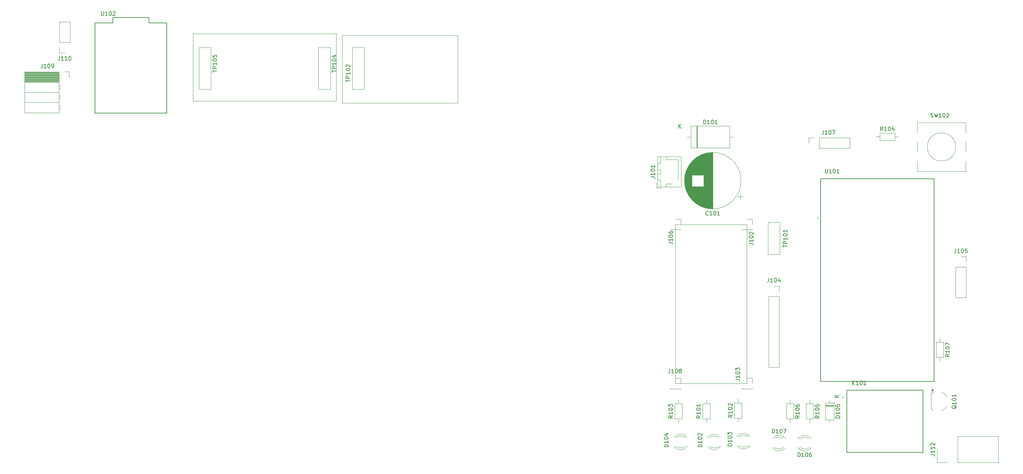
<source format=gbr>
%TF.GenerationSoftware,KiCad,Pcbnew,9.0.4*%
%TF.CreationDate,2025-11-05T16:33:01+05:30*%
%TF.ProjectId,BikeSSv3,42696b65-5353-4763-932e-6b696361645f,rev?*%
%TF.SameCoordinates,Original*%
%TF.FileFunction,Legend,Top*%
%TF.FilePolarity,Positive*%
%FSLAX46Y46*%
G04 Gerber Fmt 4.6, Leading zero omitted, Abs format (unit mm)*
G04 Created by KiCad (PCBNEW 9.0.4) date 2025-11-05 16:33:01*
%MOMM*%
%LPD*%
G01*
G04 APERTURE LIST*
%ADD10C,0.100000*%
%ADD11C,0.150000*%
%ADD12C,0.120000*%
%ADD13C,0.127000*%
%ADD14C,0.200000*%
G04 APERTURE END LIST*
D10*
X60000000Y-25000000D02*
X96000000Y-25000000D01*
X96000000Y-42000000D01*
X60000000Y-42000000D01*
X60000000Y-25000000D01*
X181220000Y-73025000D02*
X199220000Y-73025000D01*
X199220000Y-113025000D01*
X181220000Y-113025000D01*
X181220000Y-73025000D01*
D11*
X189503603Y-70609580D02*
X189455984Y-70657200D01*
X189455984Y-70657200D02*
X189313127Y-70704819D01*
X189313127Y-70704819D02*
X189217889Y-70704819D01*
X189217889Y-70704819D02*
X189075032Y-70657200D01*
X189075032Y-70657200D02*
X188979794Y-70561961D01*
X188979794Y-70561961D02*
X188932175Y-70466723D01*
X188932175Y-70466723D02*
X188884556Y-70276247D01*
X188884556Y-70276247D02*
X188884556Y-70133390D01*
X188884556Y-70133390D02*
X188932175Y-69942914D01*
X188932175Y-69942914D02*
X188979794Y-69847676D01*
X188979794Y-69847676D02*
X189075032Y-69752438D01*
X189075032Y-69752438D02*
X189217889Y-69704819D01*
X189217889Y-69704819D02*
X189313127Y-69704819D01*
X189313127Y-69704819D02*
X189455984Y-69752438D01*
X189455984Y-69752438D02*
X189503603Y-69800057D01*
X190455984Y-70704819D02*
X189884556Y-70704819D01*
X190170270Y-70704819D02*
X190170270Y-69704819D01*
X190170270Y-69704819D02*
X190075032Y-69847676D01*
X190075032Y-69847676D02*
X189979794Y-69942914D01*
X189979794Y-69942914D02*
X189884556Y-69990533D01*
X191075032Y-69704819D02*
X191170270Y-69704819D01*
X191170270Y-69704819D02*
X191265508Y-69752438D01*
X191265508Y-69752438D02*
X191313127Y-69800057D01*
X191313127Y-69800057D02*
X191360746Y-69895295D01*
X191360746Y-69895295D02*
X191408365Y-70085771D01*
X191408365Y-70085771D02*
X191408365Y-70323866D01*
X191408365Y-70323866D02*
X191360746Y-70514342D01*
X191360746Y-70514342D02*
X191313127Y-70609580D01*
X191313127Y-70609580D02*
X191265508Y-70657200D01*
X191265508Y-70657200D02*
X191170270Y-70704819D01*
X191170270Y-70704819D02*
X191075032Y-70704819D01*
X191075032Y-70704819D02*
X190979794Y-70657200D01*
X190979794Y-70657200D02*
X190932175Y-70609580D01*
X190932175Y-70609580D02*
X190884556Y-70514342D01*
X190884556Y-70514342D02*
X190836937Y-70323866D01*
X190836937Y-70323866D02*
X190836937Y-70085771D01*
X190836937Y-70085771D02*
X190884556Y-69895295D01*
X190884556Y-69895295D02*
X190932175Y-69800057D01*
X190932175Y-69800057D02*
X190979794Y-69752438D01*
X190979794Y-69752438D02*
X191075032Y-69704819D01*
X192360746Y-70704819D02*
X191789318Y-70704819D01*
X192075032Y-70704819D02*
X192075032Y-69704819D01*
X192075032Y-69704819D02*
X191979794Y-69847676D01*
X191979794Y-69847676D02*
X191884556Y-69942914D01*
X191884556Y-69942914D02*
X191789318Y-69990533D01*
X22084285Y-32644819D02*
X22084285Y-33359104D01*
X22084285Y-33359104D02*
X22036666Y-33501961D01*
X22036666Y-33501961D02*
X21941428Y-33597200D01*
X21941428Y-33597200D02*
X21798571Y-33644819D01*
X21798571Y-33644819D02*
X21703333Y-33644819D01*
X23084285Y-33644819D02*
X22512857Y-33644819D01*
X22798571Y-33644819D02*
X22798571Y-32644819D01*
X22798571Y-32644819D02*
X22703333Y-32787676D01*
X22703333Y-32787676D02*
X22608095Y-32882914D01*
X22608095Y-32882914D02*
X22512857Y-32930533D01*
X23703333Y-32644819D02*
X23798571Y-32644819D01*
X23798571Y-32644819D02*
X23893809Y-32692438D01*
X23893809Y-32692438D02*
X23941428Y-32740057D01*
X23941428Y-32740057D02*
X23989047Y-32835295D01*
X23989047Y-32835295D02*
X24036666Y-33025771D01*
X24036666Y-33025771D02*
X24036666Y-33263866D01*
X24036666Y-33263866D02*
X23989047Y-33454342D01*
X23989047Y-33454342D02*
X23941428Y-33549580D01*
X23941428Y-33549580D02*
X23893809Y-33597200D01*
X23893809Y-33597200D02*
X23798571Y-33644819D01*
X23798571Y-33644819D02*
X23703333Y-33644819D01*
X23703333Y-33644819D02*
X23608095Y-33597200D01*
X23608095Y-33597200D02*
X23560476Y-33549580D01*
X23560476Y-33549580D02*
X23512857Y-33454342D01*
X23512857Y-33454342D02*
X23465238Y-33263866D01*
X23465238Y-33263866D02*
X23465238Y-33025771D01*
X23465238Y-33025771D02*
X23512857Y-32835295D01*
X23512857Y-32835295D02*
X23560476Y-32740057D01*
X23560476Y-32740057D02*
X23608095Y-32692438D01*
X23608095Y-32692438D02*
X23703333Y-32644819D01*
X24512857Y-33644819D02*
X24703333Y-33644819D01*
X24703333Y-33644819D02*
X24798571Y-33597200D01*
X24798571Y-33597200D02*
X24846190Y-33549580D01*
X24846190Y-33549580D02*
X24941428Y-33406723D01*
X24941428Y-33406723D02*
X24989047Y-33216247D01*
X24989047Y-33216247D02*
X24989047Y-32835295D01*
X24989047Y-32835295D02*
X24941428Y-32740057D01*
X24941428Y-32740057D02*
X24893809Y-32692438D01*
X24893809Y-32692438D02*
X24798571Y-32644819D01*
X24798571Y-32644819D02*
X24608095Y-32644819D01*
X24608095Y-32644819D02*
X24512857Y-32692438D01*
X24512857Y-32692438D02*
X24465238Y-32740057D01*
X24465238Y-32740057D02*
X24417619Y-32835295D01*
X24417619Y-32835295D02*
X24417619Y-33073390D01*
X24417619Y-33073390D02*
X24465238Y-33168628D01*
X24465238Y-33168628D02*
X24512857Y-33216247D01*
X24512857Y-33216247D02*
X24608095Y-33263866D01*
X24608095Y-33263866D02*
X24798571Y-33263866D01*
X24798571Y-33263866D02*
X24893809Y-33216247D01*
X24893809Y-33216247D02*
X24941428Y-33168628D01*
X24941428Y-33168628D02*
X24989047Y-33073390D01*
X98454819Y-37174285D02*
X98454819Y-36602857D01*
X99454819Y-36888571D02*
X98454819Y-36888571D01*
X99454819Y-36269523D02*
X98454819Y-36269523D01*
X98454819Y-36269523D02*
X98454819Y-35888571D01*
X98454819Y-35888571D02*
X98502438Y-35793333D01*
X98502438Y-35793333D02*
X98550057Y-35745714D01*
X98550057Y-35745714D02*
X98645295Y-35698095D01*
X98645295Y-35698095D02*
X98788152Y-35698095D01*
X98788152Y-35698095D02*
X98883390Y-35745714D01*
X98883390Y-35745714D02*
X98931009Y-35793333D01*
X98931009Y-35793333D02*
X98978628Y-35888571D01*
X98978628Y-35888571D02*
X98978628Y-36269523D01*
X99454819Y-34745714D02*
X99454819Y-35317142D01*
X99454819Y-35031428D02*
X98454819Y-35031428D01*
X98454819Y-35031428D02*
X98597676Y-35126666D01*
X98597676Y-35126666D02*
X98692914Y-35221904D01*
X98692914Y-35221904D02*
X98740533Y-35317142D01*
X98454819Y-34126666D02*
X98454819Y-34031428D01*
X98454819Y-34031428D02*
X98502438Y-33936190D01*
X98502438Y-33936190D02*
X98550057Y-33888571D01*
X98550057Y-33888571D02*
X98645295Y-33840952D01*
X98645295Y-33840952D02*
X98835771Y-33793333D01*
X98835771Y-33793333D02*
X99073866Y-33793333D01*
X99073866Y-33793333D02*
X99264342Y-33840952D01*
X99264342Y-33840952D02*
X99359580Y-33888571D01*
X99359580Y-33888571D02*
X99407200Y-33936190D01*
X99407200Y-33936190D02*
X99454819Y-34031428D01*
X99454819Y-34031428D02*
X99454819Y-34126666D01*
X99454819Y-34126666D02*
X99407200Y-34221904D01*
X99407200Y-34221904D02*
X99359580Y-34269523D01*
X99359580Y-34269523D02*
X99264342Y-34317142D01*
X99264342Y-34317142D02*
X99073866Y-34364761D01*
X99073866Y-34364761D02*
X98835771Y-34364761D01*
X98835771Y-34364761D02*
X98645295Y-34317142D01*
X98645295Y-34317142D02*
X98550057Y-34269523D01*
X98550057Y-34269523D02*
X98502438Y-34221904D01*
X98502438Y-34221904D02*
X98454819Y-34126666D01*
X98550057Y-33412380D02*
X98502438Y-33364761D01*
X98502438Y-33364761D02*
X98454819Y-33269523D01*
X98454819Y-33269523D02*
X98454819Y-33031428D01*
X98454819Y-33031428D02*
X98502438Y-32936190D01*
X98502438Y-32936190D02*
X98550057Y-32888571D01*
X98550057Y-32888571D02*
X98645295Y-32840952D01*
X98645295Y-32840952D02*
X98740533Y-32840952D01*
X98740533Y-32840952D02*
X98883390Y-32888571D01*
X98883390Y-32888571D02*
X99454819Y-33459999D01*
X99454819Y-33459999D02*
X99454819Y-32840952D01*
X26439285Y-30749819D02*
X26439285Y-31464104D01*
X26439285Y-31464104D02*
X26391666Y-31606961D01*
X26391666Y-31606961D02*
X26296428Y-31702200D01*
X26296428Y-31702200D02*
X26153571Y-31749819D01*
X26153571Y-31749819D02*
X26058333Y-31749819D01*
X27439285Y-31749819D02*
X26867857Y-31749819D01*
X27153571Y-31749819D02*
X27153571Y-30749819D01*
X27153571Y-30749819D02*
X27058333Y-30892676D01*
X27058333Y-30892676D02*
X26963095Y-30987914D01*
X26963095Y-30987914D02*
X26867857Y-31035533D01*
X28391666Y-31749819D02*
X27820238Y-31749819D01*
X28105952Y-31749819D02*
X28105952Y-30749819D01*
X28105952Y-30749819D02*
X28010714Y-30892676D01*
X28010714Y-30892676D02*
X27915476Y-30987914D01*
X27915476Y-30987914D02*
X27820238Y-31035533D01*
X29010714Y-30749819D02*
X29105952Y-30749819D01*
X29105952Y-30749819D02*
X29201190Y-30797438D01*
X29201190Y-30797438D02*
X29248809Y-30845057D01*
X29248809Y-30845057D02*
X29296428Y-30940295D01*
X29296428Y-30940295D02*
X29344047Y-31130771D01*
X29344047Y-31130771D02*
X29344047Y-31368866D01*
X29344047Y-31368866D02*
X29296428Y-31559342D01*
X29296428Y-31559342D02*
X29248809Y-31654580D01*
X29248809Y-31654580D02*
X29201190Y-31702200D01*
X29201190Y-31702200D02*
X29105952Y-31749819D01*
X29105952Y-31749819D02*
X29010714Y-31749819D01*
X29010714Y-31749819D02*
X28915476Y-31702200D01*
X28915476Y-31702200D02*
X28867857Y-31654580D01*
X28867857Y-31654580D02*
X28820238Y-31559342D01*
X28820238Y-31559342D02*
X28772619Y-31368866D01*
X28772619Y-31368866D02*
X28772619Y-31130771D01*
X28772619Y-31130771D02*
X28820238Y-30940295D01*
X28820238Y-30940295D02*
X28867857Y-30845057D01*
X28867857Y-30845057D02*
X28915476Y-30797438D01*
X28915476Y-30797438D02*
X29010714Y-30749819D01*
X94954819Y-34754285D02*
X94954819Y-34182857D01*
X95954819Y-34468571D02*
X94954819Y-34468571D01*
X95954819Y-33849523D02*
X94954819Y-33849523D01*
X94954819Y-33849523D02*
X94954819Y-33468571D01*
X94954819Y-33468571D02*
X95002438Y-33373333D01*
X95002438Y-33373333D02*
X95050057Y-33325714D01*
X95050057Y-33325714D02*
X95145295Y-33278095D01*
X95145295Y-33278095D02*
X95288152Y-33278095D01*
X95288152Y-33278095D02*
X95383390Y-33325714D01*
X95383390Y-33325714D02*
X95431009Y-33373333D01*
X95431009Y-33373333D02*
X95478628Y-33468571D01*
X95478628Y-33468571D02*
X95478628Y-33849523D01*
X95954819Y-32325714D02*
X95954819Y-32897142D01*
X95954819Y-32611428D02*
X94954819Y-32611428D01*
X94954819Y-32611428D02*
X95097676Y-32706666D01*
X95097676Y-32706666D02*
X95192914Y-32801904D01*
X95192914Y-32801904D02*
X95240533Y-32897142D01*
X94954819Y-31706666D02*
X94954819Y-31611428D01*
X94954819Y-31611428D02*
X95002438Y-31516190D01*
X95002438Y-31516190D02*
X95050057Y-31468571D01*
X95050057Y-31468571D02*
X95145295Y-31420952D01*
X95145295Y-31420952D02*
X95335771Y-31373333D01*
X95335771Y-31373333D02*
X95573866Y-31373333D01*
X95573866Y-31373333D02*
X95764342Y-31420952D01*
X95764342Y-31420952D02*
X95859580Y-31468571D01*
X95859580Y-31468571D02*
X95907200Y-31516190D01*
X95907200Y-31516190D02*
X95954819Y-31611428D01*
X95954819Y-31611428D02*
X95954819Y-31706666D01*
X95954819Y-31706666D02*
X95907200Y-31801904D01*
X95907200Y-31801904D02*
X95859580Y-31849523D01*
X95859580Y-31849523D02*
X95764342Y-31897142D01*
X95764342Y-31897142D02*
X95573866Y-31944761D01*
X95573866Y-31944761D02*
X95335771Y-31944761D01*
X95335771Y-31944761D02*
X95145295Y-31897142D01*
X95145295Y-31897142D02*
X95050057Y-31849523D01*
X95050057Y-31849523D02*
X95002438Y-31801904D01*
X95002438Y-31801904D02*
X94954819Y-31706666D01*
X95288152Y-30516190D02*
X95954819Y-30516190D01*
X94907200Y-30754285D02*
X95621485Y-30992380D01*
X95621485Y-30992380D02*
X95621485Y-30373333D01*
X64954819Y-34754285D02*
X64954819Y-34182857D01*
X65954819Y-34468571D02*
X64954819Y-34468571D01*
X65954819Y-33849523D02*
X64954819Y-33849523D01*
X64954819Y-33849523D02*
X64954819Y-33468571D01*
X64954819Y-33468571D02*
X65002438Y-33373333D01*
X65002438Y-33373333D02*
X65050057Y-33325714D01*
X65050057Y-33325714D02*
X65145295Y-33278095D01*
X65145295Y-33278095D02*
X65288152Y-33278095D01*
X65288152Y-33278095D02*
X65383390Y-33325714D01*
X65383390Y-33325714D02*
X65431009Y-33373333D01*
X65431009Y-33373333D02*
X65478628Y-33468571D01*
X65478628Y-33468571D02*
X65478628Y-33849523D01*
X65954819Y-32325714D02*
X65954819Y-32897142D01*
X65954819Y-32611428D02*
X64954819Y-32611428D01*
X64954819Y-32611428D02*
X65097676Y-32706666D01*
X65097676Y-32706666D02*
X65192914Y-32801904D01*
X65192914Y-32801904D02*
X65240533Y-32897142D01*
X64954819Y-31706666D02*
X64954819Y-31611428D01*
X64954819Y-31611428D02*
X65002438Y-31516190D01*
X65002438Y-31516190D02*
X65050057Y-31468571D01*
X65050057Y-31468571D02*
X65145295Y-31420952D01*
X65145295Y-31420952D02*
X65335771Y-31373333D01*
X65335771Y-31373333D02*
X65573866Y-31373333D01*
X65573866Y-31373333D02*
X65764342Y-31420952D01*
X65764342Y-31420952D02*
X65859580Y-31468571D01*
X65859580Y-31468571D02*
X65907200Y-31516190D01*
X65907200Y-31516190D02*
X65954819Y-31611428D01*
X65954819Y-31611428D02*
X65954819Y-31706666D01*
X65954819Y-31706666D02*
X65907200Y-31801904D01*
X65907200Y-31801904D02*
X65859580Y-31849523D01*
X65859580Y-31849523D02*
X65764342Y-31897142D01*
X65764342Y-31897142D02*
X65573866Y-31944761D01*
X65573866Y-31944761D02*
X65335771Y-31944761D01*
X65335771Y-31944761D02*
X65145295Y-31897142D01*
X65145295Y-31897142D02*
X65050057Y-31849523D01*
X65050057Y-31849523D02*
X65002438Y-31801904D01*
X65002438Y-31801904D02*
X64954819Y-31706666D01*
X64954819Y-30468571D02*
X64954819Y-30944761D01*
X64954819Y-30944761D02*
X65431009Y-30992380D01*
X65431009Y-30992380D02*
X65383390Y-30944761D01*
X65383390Y-30944761D02*
X65335771Y-30849523D01*
X65335771Y-30849523D02*
X65335771Y-30611428D01*
X65335771Y-30611428D02*
X65383390Y-30516190D01*
X65383390Y-30516190D02*
X65431009Y-30468571D01*
X65431009Y-30468571D02*
X65526247Y-30420952D01*
X65526247Y-30420952D02*
X65764342Y-30420952D01*
X65764342Y-30420952D02*
X65859580Y-30468571D01*
X65859580Y-30468571D02*
X65907200Y-30516190D01*
X65907200Y-30516190D02*
X65954819Y-30611428D01*
X65954819Y-30611428D02*
X65954819Y-30849523D01*
X65954819Y-30849523D02*
X65907200Y-30944761D01*
X65907200Y-30944761D02*
X65859580Y-30992380D01*
X36940714Y-19452319D02*
X36940714Y-20261842D01*
X36940714Y-20261842D02*
X36988333Y-20357080D01*
X36988333Y-20357080D02*
X37035952Y-20404700D01*
X37035952Y-20404700D02*
X37131190Y-20452319D01*
X37131190Y-20452319D02*
X37321666Y-20452319D01*
X37321666Y-20452319D02*
X37416904Y-20404700D01*
X37416904Y-20404700D02*
X37464523Y-20357080D01*
X37464523Y-20357080D02*
X37512142Y-20261842D01*
X37512142Y-20261842D02*
X37512142Y-19452319D01*
X38512142Y-20452319D02*
X37940714Y-20452319D01*
X38226428Y-20452319D02*
X38226428Y-19452319D01*
X38226428Y-19452319D02*
X38131190Y-19595176D01*
X38131190Y-19595176D02*
X38035952Y-19690414D01*
X38035952Y-19690414D02*
X37940714Y-19738033D01*
X39131190Y-19452319D02*
X39226428Y-19452319D01*
X39226428Y-19452319D02*
X39321666Y-19499938D01*
X39321666Y-19499938D02*
X39369285Y-19547557D01*
X39369285Y-19547557D02*
X39416904Y-19642795D01*
X39416904Y-19642795D02*
X39464523Y-19833271D01*
X39464523Y-19833271D02*
X39464523Y-20071366D01*
X39464523Y-20071366D02*
X39416904Y-20261842D01*
X39416904Y-20261842D02*
X39369285Y-20357080D01*
X39369285Y-20357080D02*
X39321666Y-20404700D01*
X39321666Y-20404700D02*
X39226428Y-20452319D01*
X39226428Y-20452319D02*
X39131190Y-20452319D01*
X39131190Y-20452319D02*
X39035952Y-20404700D01*
X39035952Y-20404700D02*
X38988333Y-20357080D01*
X38988333Y-20357080D02*
X38940714Y-20261842D01*
X38940714Y-20261842D02*
X38893095Y-20071366D01*
X38893095Y-20071366D02*
X38893095Y-19833271D01*
X38893095Y-19833271D02*
X38940714Y-19642795D01*
X38940714Y-19642795D02*
X38988333Y-19547557D01*
X38988333Y-19547557D02*
X39035952Y-19499938D01*
X39035952Y-19499938D02*
X39131190Y-19452319D01*
X39845476Y-19547557D02*
X39893095Y-19499938D01*
X39893095Y-19499938D02*
X39988333Y-19452319D01*
X39988333Y-19452319D02*
X40226428Y-19452319D01*
X40226428Y-19452319D02*
X40321666Y-19499938D01*
X40321666Y-19499938D02*
X40369285Y-19547557D01*
X40369285Y-19547557D02*
X40416904Y-19642795D01*
X40416904Y-19642795D02*
X40416904Y-19738033D01*
X40416904Y-19738033D02*
X40369285Y-19880890D01*
X40369285Y-19880890D02*
X39797857Y-20452319D01*
X39797857Y-20452319D02*
X40416904Y-20452319D01*
X218434285Y-49379819D02*
X218434285Y-50094104D01*
X218434285Y-50094104D02*
X218386666Y-50236961D01*
X218386666Y-50236961D02*
X218291428Y-50332200D01*
X218291428Y-50332200D02*
X218148571Y-50379819D01*
X218148571Y-50379819D02*
X218053333Y-50379819D01*
X219434285Y-50379819D02*
X218862857Y-50379819D01*
X219148571Y-50379819D02*
X219148571Y-49379819D01*
X219148571Y-49379819D02*
X219053333Y-49522676D01*
X219053333Y-49522676D02*
X218958095Y-49617914D01*
X218958095Y-49617914D02*
X218862857Y-49665533D01*
X220053333Y-49379819D02*
X220148571Y-49379819D01*
X220148571Y-49379819D02*
X220243809Y-49427438D01*
X220243809Y-49427438D02*
X220291428Y-49475057D01*
X220291428Y-49475057D02*
X220339047Y-49570295D01*
X220339047Y-49570295D02*
X220386666Y-49760771D01*
X220386666Y-49760771D02*
X220386666Y-49998866D01*
X220386666Y-49998866D02*
X220339047Y-50189342D01*
X220339047Y-50189342D02*
X220291428Y-50284580D01*
X220291428Y-50284580D02*
X220243809Y-50332200D01*
X220243809Y-50332200D02*
X220148571Y-50379819D01*
X220148571Y-50379819D02*
X220053333Y-50379819D01*
X220053333Y-50379819D02*
X219958095Y-50332200D01*
X219958095Y-50332200D02*
X219910476Y-50284580D01*
X219910476Y-50284580D02*
X219862857Y-50189342D01*
X219862857Y-50189342D02*
X219815238Y-49998866D01*
X219815238Y-49998866D02*
X219815238Y-49760771D01*
X219815238Y-49760771D02*
X219862857Y-49570295D01*
X219862857Y-49570295D02*
X219910476Y-49475057D01*
X219910476Y-49475057D02*
X219958095Y-49427438D01*
X219958095Y-49427438D02*
X220053333Y-49379819D01*
X220720000Y-49379819D02*
X221386666Y-49379819D01*
X221386666Y-49379819D02*
X220958095Y-50379819D01*
X180534819Y-121119047D02*
X180058628Y-121452380D01*
X180534819Y-121690475D02*
X179534819Y-121690475D01*
X179534819Y-121690475D02*
X179534819Y-121309523D01*
X179534819Y-121309523D02*
X179582438Y-121214285D01*
X179582438Y-121214285D02*
X179630057Y-121166666D01*
X179630057Y-121166666D02*
X179725295Y-121119047D01*
X179725295Y-121119047D02*
X179868152Y-121119047D01*
X179868152Y-121119047D02*
X179963390Y-121166666D01*
X179963390Y-121166666D02*
X180011009Y-121214285D01*
X180011009Y-121214285D02*
X180058628Y-121309523D01*
X180058628Y-121309523D02*
X180058628Y-121690475D01*
X180534819Y-120166666D02*
X180534819Y-120738094D01*
X180534819Y-120452380D02*
X179534819Y-120452380D01*
X179534819Y-120452380D02*
X179677676Y-120547618D01*
X179677676Y-120547618D02*
X179772914Y-120642856D01*
X179772914Y-120642856D02*
X179820533Y-120738094D01*
X179534819Y-119547618D02*
X179534819Y-119452380D01*
X179534819Y-119452380D02*
X179582438Y-119357142D01*
X179582438Y-119357142D02*
X179630057Y-119309523D01*
X179630057Y-119309523D02*
X179725295Y-119261904D01*
X179725295Y-119261904D02*
X179915771Y-119214285D01*
X179915771Y-119214285D02*
X180153866Y-119214285D01*
X180153866Y-119214285D02*
X180344342Y-119261904D01*
X180344342Y-119261904D02*
X180439580Y-119309523D01*
X180439580Y-119309523D02*
X180487200Y-119357142D01*
X180487200Y-119357142D02*
X180534819Y-119452380D01*
X180534819Y-119452380D02*
X180534819Y-119547618D01*
X180534819Y-119547618D02*
X180487200Y-119642856D01*
X180487200Y-119642856D02*
X180439580Y-119690475D01*
X180439580Y-119690475D02*
X180344342Y-119738094D01*
X180344342Y-119738094D02*
X180153866Y-119785713D01*
X180153866Y-119785713D02*
X179915771Y-119785713D01*
X179915771Y-119785713D02*
X179725295Y-119738094D01*
X179725295Y-119738094D02*
X179630057Y-119690475D01*
X179630057Y-119690475D02*
X179582438Y-119642856D01*
X179582438Y-119642856D02*
X179534819Y-119547618D01*
X179534819Y-118880951D02*
X179534819Y-118261904D01*
X179534819Y-118261904D02*
X179915771Y-118595237D01*
X179915771Y-118595237D02*
X179915771Y-118452380D01*
X179915771Y-118452380D02*
X179963390Y-118357142D01*
X179963390Y-118357142D02*
X180011009Y-118309523D01*
X180011009Y-118309523D02*
X180106247Y-118261904D01*
X180106247Y-118261904D02*
X180344342Y-118261904D01*
X180344342Y-118261904D02*
X180439580Y-118309523D01*
X180439580Y-118309523D02*
X180487200Y-118357142D01*
X180487200Y-118357142D02*
X180534819Y-118452380D01*
X180534819Y-118452380D02*
X180534819Y-118738094D01*
X180534819Y-118738094D02*
X180487200Y-118833332D01*
X180487200Y-118833332D02*
X180439580Y-118880951D01*
X217374819Y-121119047D02*
X216898628Y-121452380D01*
X217374819Y-121690475D02*
X216374819Y-121690475D01*
X216374819Y-121690475D02*
X216374819Y-121309523D01*
X216374819Y-121309523D02*
X216422438Y-121214285D01*
X216422438Y-121214285D02*
X216470057Y-121166666D01*
X216470057Y-121166666D02*
X216565295Y-121119047D01*
X216565295Y-121119047D02*
X216708152Y-121119047D01*
X216708152Y-121119047D02*
X216803390Y-121166666D01*
X216803390Y-121166666D02*
X216851009Y-121214285D01*
X216851009Y-121214285D02*
X216898628Y-121309523D01*
X216898628Y-121309523D02*
X216898628Y-121690475D01*
X217374819Y-120166666D02*
X217374819Y-120738094D01*
X217374819Y-120452380D02*
X216374819Y-120452380D01*
X216374819Y-120452380D02*
X216517676Y-120547618D01*
X216517676Y-120547618D02*
X216612914Y-120642856D01*
X216612914Y-120642856D02*
X216660533Y-120738094D01*
X216374819Y-119547618D02*
X216374819Y-119452380D01*
X216374819Y-119452380D02*
X216422438Y-119357142D01*
X216422438Y-119357142D02*
X216470057Y-119309523D01*
X216470057Y-119309523D02*
X216565295Y-119261904D01*
X216565295Y-119261904D02*
X216755771Y-119214285D01*
X216755771Y-119214285D02*
X216993866Y-119214285D01*
X216993866Y-119214285D02*
X217184342Y-119261904D01*
X217184342Y-119261904D02*
X217279580Y-119309523D01*
X217279580Y-119309523D02*
X217327200Y-119357142D01*
X217327200Y-119357142D02*
X217374819Y-119452380D01*
X217374819Y-119452380D02*
X217374819Y-119547618D01*
X217374819Y-119547618D02*
X217327200Y-119642856D01*
X217327200Y-119642856D02*
X217279580Y-119690475D01*
X217279580Y-119690475D02*
X217184342Y-119738094D01*
X217184342Y-119738094D02*
X216993866Y-119785713D01*
X216993866Y-119785713D02*
X216755771Y-119785713D01*
X216755771Y-119785713D02*
X216565295Y-119738094D01*
X216565295Y-119738094D02*
X216470057Y-119690475D01*
X216470057Y-119690475D02*
X216422438Y-119642856D01*
X216422438Y-119642856D02*
X216374819Y-119547618D01*
X216374819Y-118309523D02*
X216374819Y-118785713D01*
X216374819Y-118785713D02*
X216851009Y-118833332D01*
X216851009Y-118833332D02*
X216803390Y-118785713D01*
X216803390Y-118785713D02*
X216755771Y-118690475D01*
X216755771Y-118690475D02*
X216755771Y-118452380D01*
X216755771Y-118452380D02*
X216803390Y-118357142D01*
X216803390Y-118357142D02*
X216851009Y-118309523D01*
X216851009Y-118309523D02*
X216946247Y-118261904D01*
X216946247Y-118261904D02*
X217184342Y-118261904D01*
X217184342Y-118261904D02*
X217279580Y-118309523D01*
X217279580Y-118309523D02*
X217327200Y-118357142D01*
X217327200Y-118357142D02*
X217374819Y-118452380D01*
X217374819Y-118452380D02*
X217374819Y-118690475D01*
X217374819Y-118690475D02*
X217327200Y-118785713D01*
X217327200Y-118785713D02*
X217279580Y-118833332D01*
X195534819Y-120919047D02*
X195058628Y-121252380D01*
X195534819Y-121490475D02*
X194534819Y-121490475D01*
X194534819Y-121490475D02*
X194534819Y-121109523D01*
X194534819Y-121109523D02*
X194582438Y-121014285D01*
X194582438Y-121014285D02*
X194630057Y-120966666D01*
X194630057Y-120966666D02*
X194725295Y-120919047D01*
X194725295Y-120919047D02*
X194868152Y-120919047D01*
X194868152Y-120919047D02*
X194963390Y-120966666D01*
X194963390Y-120966666D02*
X195011009Y-121014285D01*
X195011009Y-121014285D02*
X195058628Y-121109523D01*
X195058628Y-121109523D02*
X195058628Y-121490475D01*
X195534819Y-119966666D02*
X195534819Y-120538094D01*
X195534819Y-120252380D02*
X194534819Y-120252380D01*
X194534819Y-120252380D02*
X194677676Y-120347618D01*
X194677676Y-120347618D02*
X194772914Y-120442856D01*
X194772914Y-120442856D02*
X194820533Y-120538094D01*
X194534819Y-119347618D02*
X194534819Y-119252380D01*
X194534819Y-119252380D02*
X194582438Y-119157142D01*
X194582438Y-119157142D02*
X194630057Y-119109523D01*
X194630057Y-119109523D02*
X194725295Y-119061904D01*
X194725295Y-119061904D02*
X194915771Y-119014285D01*
X194915771Y-119014285D02*
X195153866Y-119014285D01*
X195153866Y-119014285D02*
X195344342Y-119061904D01*
X195344342Y-119061904D02*
X195439580Y-119109523D01*
X195439580Y-119109523D02*
X195487200Y-119157142D01*
X195487200Y-119157142D02*
X195534819Y-119252380D01*
X195534819Y-119252380D02*
X195534819Y-119347618D01*
X195534819Y-119347618D02*
X195487200Y-119442856D01*
X195487200Y-119442856D02*
X195439580Y-119490475D01*
X195439580Y-119490475D02*
X195344342Y-119538094D01*
X195344342Y-119538094D02*
X195153866Y-119585713D01*
X195153866Y-119585713D02*
X194915771Y-119585713D01*
X194915771Y-119585713D02*
X194725295Y-119538094D01*
X194725295Y-119538094D02*
X194630057Y-119490475D01*
X194630057Y-119490475D02*
X194582438Y-119442856D01*
X194582438Y-119442856D02*
X194534819Y-119347618D01*
X194630057Y-118633332D02*
X194582438Y-118585713D01*
X194582438Y-118585713D02*
X194534819Y-118490475D01*
X194534819Y-118490475D02*
X194534819Y-118252380D01*
X194534819Y-118252380D02*
X194582438Y-118157142D01*
X194582438Y-118157142D02*
X194630057Y-118109523D01*
X194630057Y-118109523D02*
X194725295Y-118061904D01*
X194725295Y-118061904D02*
X194820533Y-118061904D01*
X194820533Y-118061904D02*
X194963390Y-118109523D01*
X194963390Y-118109523D02*
X195534819Y-118680951D01*
X195534819Y-118680951D02*
X195534819Y-118061904D01*
X195424819Y-128715475D02*
X194424819Y-128715475D01*
X194424819Y-128715475D02*
X194424819Y-128477380D01*
X194424819Y-128477380D02*
X194472438Y-128334523D01*
X194472438Y-128334523D02*
X194567676Y-128239285D01*
X194567676Y-128239285D02*
X194662914Y-128191666D01*
X194662914Y-128191666D02*
X194853390Y-128144047D01*
X194853390Y-128144047D02*
X194996247Y-128144047D01*
X194996247Y-128144047D02*
X195186723Y-128191666D01*
X195186723Y-128191666D02*
X195281961Y-128239285D01*
X195281961Y-128239285D02*
X195377200Y-128334523D01*
X195377200Y-128334523D02*
X195424819Y-128477380D01*
X195424819Y-128477380D02*
X195424819Y-128715475D01*
X195424819Y-127191666D02*
X195424819Y-127763094D01*
X195424819Y-127477380D02*
X194424819Y-127477380D01*
X194424819Y-127477380D02*
X194567676Y-127572618D01*
X194567676Y-127572618D02*
X194662914Y-127667856D01*
X194662914Y-127667856D02*
X194710533Y-127763094D01*
X194424819Y-126572618D02*
X194424819Y-126477380D01*
X194424819Y-126477380D02*
X194472438Y-126382142D01*
X194472438Y-126382142D02*
X194520057Y-126334523D01*
X194520057Y-126334523D02*
X194615295Y-126286904D01*
X194615295Y-126286904D02*
X194805771Y-126239285D01*
X194805771Y-126239285D02*
X195043866Y-126239285D01*
X195043866Y-126239285D02*
X195234342Y-126286904D01*
X195234342Y-126286904D02*
X195329580Y-126334523D01*
X195329580Y-126334523D02*
X195377200Y-126382142D01*
X195377200Y-126382142D02*
X195424819Y-126477380D01*
X195424819Y-126477380D02*
X195424819Y-126572618D01*
X195424819Y-126572618D02*
X195377200Y-126667856D01*
X195377200Y-126667856D02*
X195329580Y-126715475D01*
X195329580Y-126715475D02*
X195234342Y-126763094D01*
X195234342Y-126763094D02*
X195043866Y-126810713D01*
X195043866Y-126810713D02*
X194805771Y-126810713D01*
X194805771Y-126810713D02*
X194615295Y-126763094D01*
X194615295Y-126763094D02*
X194520057Y-126715475D01*
X194520057Y-126715475D02*
X194472438Y-126667856D01*
X194472438Y-126667856D02*
X194424819Y-126572618D01*
X194424819Y-125905951D02*
X194424819Y-125286904D01*
X194424819Y-125286904D02*
X194805771Y-125620237D01*
X194805771Y-125620237D02*
X194805771Y-125477380D01*
X194805771Y-125477380D02*
X194853390Y-125382142D01*
X194853390Y-125382142D02*
X194901009Y-125334523D01*
X194901009Y-125334523D02*
X194996247Y-125286904D01*
X194996247Y-125286904D02*
X195234342Y-125286904D01*
X195234342Y-125286904D02*
X195329580Y-125334523D01*
X195329580Y-125334523D02*
X195377200Y-125382142D01*
X195377200Y-125382142D02*
X195424819Y-125477380D01*
X195424819Y-125477380D02*
X195424819Y-125763094D01*
X195424819Y-125763094D02*
X195377200Y-125858332D01*
X195377200Y-125858332D02*
X195329580Y-125905951D01*
X251880057Y-118582619D02*
X251832438Y-118677857D01*
X251832438Y-118677857D02*
X251737200Y-118773095D01*
X251737200Y-118773095D02*
X251594342Y-118915952D01*
X251594342Y-118915952D02*
X251546723Y-119011190D01*
X251546723Y-119011190D02*
X251546723Y-119106428D01*
X251784819Y-119058809D02*
X251737200Y-119154047D01*
X251737200Y-119154047D02*
X251641961Y-119249285D01*
X251641961Y-119249285D02*
X251451485Y-119296904D01*
X251451485Y-119296904D02*
X251118152Y-119296904D01*
X251118152Y-119296904D02*
X250927676Y-119249285D01*
X250927676Y-119249285D02*
X250832438Y-119154047D01*
X250832438Y-119154047D02*
X250784819Y-119058809D01*
X250784819Y-119058809D02*
X250784819Y-118868333D01*
X250784819Y-118868333D02*
X250832438Y-118773095D01*
X250832438Y-118773095D02*
X250927676Y-118677857D01*
X250927676Y-118677857D02*
X251118152Y-118630238D01*
X251118152Y-118630238D02*
X251451485Y-118630238D01*
X251451485Y-118630238D02*
X251641961Y-118677857D01*
X251641961Y-118677857D02*
X251737200Y-118773095D01*
X251737200Y-118773095D02*
X251784819Y-118868333D01*
X251784819Y-118868333D02*
X251784819Y-119058809D01*
X251784819Y-117677857D02*
X251784819Y-118249285D01*
X251784819Y-117963571D02*
X250784819Y-117963571D01*
X250784819Y-117963571D02*
X250927676Y-118058809D01*
X250927676Y-118058809D02*
X251022914Y-118154047D01*
X251022914Y-118154047D02*
X251070533Y-118249285D01*
X250784819Y-117058809D02*
X250784819Y-116963571D01*
X250784819Y-116963571D02*
X250832438Y-116868333D01*
X250832438Y-116868333D02*
X250880057Y-116820714D01*
X250880057Y-116820714D02*
X250975295Y-116773095D01*
X250975295Y-116773095D02*
X251165771Y-116725476D01*
X251165771Y-116725476D02*
X251403866Y-116725476D01*
X251403866Y-116725476D02*
X251594342Y-116773095D01*
X251594342Y-116773095D02*
X251689580Y-116820714D01*
X251689580Y-116820714D02*
X251737200Y-116868333D01*
X251737200Y-116868333D02*
X251784819Y-116963571D01*
X251784819Y-116963571D02*
X251784819Y-117058809D01*
X251784819Y-117058809D02*
X251737200Y-117154047D01*
X251737200Y-117154047D02*
X251689580Y-117201666D01*
X251689580Y-117201666D02*
X251594342Y-117249285D01*
X251594342Y-117249285D02*
X251403866Y-117296904D01*
X251403866Y-117296904D02*
X251165771Y-117296904D01*
X251165771Y-117296904D02*
X250975295Y-117249285D01*
X250975295Y-117249285D02*
X250880057Y-117201666D01*
X250880057Y-117201666D02*
X250832438Y-117154047D01*
X250832438Y-117154047D02*
X250784819Y-117058809D01*
X251784819Y-115773095D02*
X251784819Y-116344523D01*
X251784819Y-116058809D02*
X250784819Y-116058809D01*
X250784819Y-116058809D02*
X250927676Y-116154047D01*
X250927676Y-116154047D02*
X251022914Y-116249285D01*
X251022914Y-116249285D02*
X251070533Y-116344523D01*
X204714285Y-86524819D02*
X204714285Y-87239104D01*
X204714285Y-87239104D02*
X204666666Y-87381961D01*
X204666666Y-87381961D02*
X204571428Y-87477200D01*
X204571428Y-87477200D02*
X204428571Y-87524819D01*
X204428571Y-87524819D02*
X204333333Y-87524819D01*
X205714285Y-87524819D02*
X205142857Y-87524819D01*
X205428571Y-87524819D02*
X205428571Y-86524819D01*
X205428571Y-86524819D02*
X205333333Y-86667676D01*
X205333333Y-86667676D02*
X205238095Y-86762914D01*
X205238095Y-86762914D02*
X205142857Y-86810533D01*
X206333333Y-86524819D02*
X206428571Y-86524819D01*
X206428571Y-86524819D02*
X206523809Y-86572438D01*
X206523809Y-86572438D02*
X206571428Y-86620057D01*
X206571428Y-86620057D02*
X206619047Y-86715295D01*
X206619047Y-86715295D02*
X206666666Y-86905771D01*
X206666666Y-86905771D02*
X206666666Y-87143866D01*
X206666666Y-87143866D02*
X206619047Y-87334342D01*
X206619047Y-87334342D02*
X206571428Y-87429580D01*
X206571428Y-87429580D02*
X206523809Y-87477200D01*
X206523809Y-87477200D02*
X206428571Y-87524819D01*
X206428571Y-87524819D02*
X206333333Y-87524819D01*
X206333333Y-87524819D02*
X206238095Y-87477200D01*
X206238095Y-87477200D02*
X206190476Y-87429580D01*
X206190476Y-87429580D02*
X206142857Y-87334342D01*
X206142857Y-87334342D02*
X206095238Y-87143866D01*
X206095238Y-87143866D02*
X206095238Y-86905771D01*
X206095238Y-86905771D02*
X206142857Y-86715295D01*
X206142857Y-86715295D02*
X206190476Y-86620057D01*
X206190476Y-86620057D02*
X206238095Y-86572438D01*
X206238095Y-86572438D02*
X206333333Y-86524819D01*
X207523809Y-86858152D02*
X207523809Y-87524819D01*
X207285714Y-86477200D02*
X207047619Y-87191485D01*
X207047619Y-87191485D02*
X207666666Y-87191485D01*
X179834285Y-109379819D02*
X179834285Y-110094104D01*
X179834285Y-110094104D02*
X179786666Y-110236961D01*
X179786666Y-110236961D02*
X179691428Y-110332200D01*
X179691428Y-110332200D02*
X179548571Y-110379819D01*
X179548571Y-110379819D02*
X179453333Y-110379819D01*
X180834285Y-110379819D02*
X180262857Y-110379819D01*
X180548571Y-110379819D02*
X180548571Y-109379819D01*
X180548571Y-109379819D02*
X180453333Y-109522676D01*
X180453333Y-109522676D02*
X180358095Y-109617914D01*
X180358095Y-109617914D02*
X180262857Y-109665533D01*
X181453333Y-109379819D02*
X181548571Y-109379819D01*
X181548571Y-109379819D02*
X181643809Y-109427438D01*
X181643809Y-109427438D02*
X181691428Y-109475057D01*
X181691428Y-109475057D02*
X181739047Y-109570295D01*
X181739047Y-109570295D02*
X181786666Y-109760771D01*
X181786666Y-109760771D02*
X181786666Y-109998866D01*
X181786666Y-109998866D02*
X181739047Y-110189342D01*
X181739047Y-110189342D02*
X181691428Y-110284580D01*
X181691428Y-110284580D02*
X181643809Y-110332200D01*
X181643809Y-110332200D02*
X181548571Y-110379819D01*
X181548571Y-110379819D02*
X181453333Y-110379819D01*
X181453333Y-110379819D02*
X181358095Y-110332200D01*
X181358095Y-110332200D02*
X181310476Y-110284580D01*
X181310476Y-110284580D02*
X181262857Y-110189342D01*
X181262857Y-110189342D02*
X181215238Y-109998866D01*
X181215238Y-109998866D02*
X181215238Y-109760771D01*
X181215238Y-109760771D02*
X181262857Y-109570295D01*
X181262857Y-109570295D02*
X181310476Y-109475057D01*
X181310476Y-109475057D02*
X181358095Y-109427438D01*
X181358095Y-109427438D02*
X181453333Y-109379819D01*
X182358095Y-109808390D02*
X182262857Y-109760771D01*
X182262857Y-109760771D02*
X182215238Y-109713152D01*
X182215238Y-109713152D02*
X182167619Y-109617914D01*
X182167619Y-109617914D02*
X182167619Y-109570295D01*
X182167619Y-109570295D02*
X182215238Y-109475057D01*
X182215238Y-109475057D02*
X182262857Y-109427438D01*
X182262857Y-109427438D02*
X182358095Y-109379819D01*
X182358095Y-109379819D02*
X182548571Y-109379819D01*
X182548571Y-109379819D02*
X182643809Y-109427438D01*
X182643809Y-109427438D02*
X182691428Y-109475057D01*
X182691428Y-109475057D02*
X182739047Y-109570295D01*
X182739047Y-109570295D02*
X182739047Y-109617914D01*
X182739047Y-109617914D02*
X182691428Y-109713152D01*
X182691428Y-109713152D02*
X182643809Y-109760771D01*
X182643809Y-109760771D02*
X182548571Y-109808390D01*
X182548571Y-109808390D02*
X182358095Y-109808390D01*
X182358095Y-109808390D02*
X182262857Y-109856009D01*
X182262857Y-109856009D02*
X182215238Y-109903628D01*
X182215238Y-109903628D02*
X182167619Y-109998866D01*
X182167619Y-109998866D02*
X182167619Y-110189342D01*
X182167619Y-110189342D02*
X182215238Y-110284580D01*
X182215238Y-110284580D02*
X182262857Y-110332200D01*
X182262857Y-110332200D02*
X182358095Y-110379819D01*
X182358095Y-110379819D02*
X182548571Y-110379819D01*
X182548571Y-110379819D02*
X182643809Y-110332200D01*
X182643809Y-110332200D02*
X182691428Y-110284580D01*
X182691428Y-110284580D02*
X182739047Y-110189342D01*
X182739047Y-110189342D02*
X182739047Y-109998866D01*
X182739047Y-109998866D02*
X182691428Y-109903628D01*
X182691428Y-109903628D02*
X182643809Y-109856009D01*
X182643809Y-109856009D02*
X182548571Y-109808390D01*
X212039524Y-131414819D02*
X212039524Y-130414819D01*
X212039524Y-130414819D02*
X212277619Y-130414819D01*
X212277619Y-130414819D02*
X212420476Y-130462438D01*
X212420476Y-130462438D02*
X212515714Y-130557676D01*
X212515714Y-130557676D02*
X212563333Y-130652914D01*
X212563333Y-130652914D02*
X212610952Y-130843390D01*
X212610952Y-130843390D02*
X212610952Y-130986247D01*
X212610952Y-130986247D02*
X212563333Y-131176723D01*
X212563333Y-131176723D02*
X212515714Y-131271961D01*
X212515714Y-131271961D02*
X212420476Y-131367200D01*
X212420476Y-131367200D02*
X212277619Y-131414819D01*
X212277619Y-131414819D02*
X212039524Y-131414819D01*
X213563333Y-131414819D02*
X212991905Y-131414819D01*
X213277619Y-131414819D02*
X213277619Y-130414819D01*
X213277619Y-130414819D02*
X213182381Y-130557676D01*
X213182381Y-130557676D02*
X213087143Y-130652914D01*
X213087143Y-130652914D02*
X212991905Y-130700533D01*
X214182381Y-130414819D02*
X214277619Y-130414819D01*
X214277619Y-130414819D02*
X214372857Y-130462438D01*
X214372857Y-130462438D02*
X214420476Y-130510057D01*
X214420476Y-130510057D02*
X214468095Y-130605295D01*
X214468095Y-130605295D02*
X214515714Y-130795771D01*
X214515714Y-130795771D02*
X214515714Y-131033866D01*
X214515714Y-131033866D02*
X214468095Y-131224342D01*
X214468095Y-131224342D02*
X214420476Y-131319580D01*
X214420476Y-131319580D02*
X214372857Y-131367200D01*
X214372857Y-131367200D02*
X214277619Y-131414819D01*
X214277619Y-131414819D02*
X214182381Y-131414819D01*
X214182381Y-131414819D02*
X214087143Y-131367200D01*
X214087143Y-131367200D02*
X214039524Y-131319580D01*
X214039524Y-131319580D02*
X213991905Y-131224342D01*
X213991905Y-131224342D02*
X213944286Y-131033866D01*
X213944286Y-131033866D02*
X213944286Y-130795771D01*
X213944286Y-130795771D02*
X213991905Y-130605295D01*
X213991905Y-130605295D02*
X214039524Y-130510057D01*
X214039524Y-130510057D02*
X214087143Y-130462438D01*
X214087143Y-130462438D02*
X214182381Y-130414819D01*
X215372857Y-130414819D02*
X215182381Y-130414819D01*
X215182381Y-130414819D02*
X215087143Y-130462438D01*
X215087143Y-130462438D02*
X215039524Y-130510057D01*
X215039524Y-130510057D02*
X214944286Y-130652914D01*
X214944286Y-130652914D02*
X214896667Y-130843390D01*
X214896667Y-130843390D02*
X214896667Y-131224342D01*
X214896667Y-131224342D02*
X214944286Y-131319580D01*
X214944286Y-131319580D02*
X214991905Y-131367200D01*
X214991905Y-131367200D02*
X215087143Y-131414819D01*
X215087143Y-131414819D02*
X215277619Y-131414819D01*
X215277619Y-131414819D02*
X215372857Y-131367200D01*
X215372857Y-131367200D02*
X215420476Y-131319580D01*
X215420476Y-131319580D02*
X215468095Y-131224342D01*
X215468095Y-131224342D02*
X215468095Y-130986247D01*
X215468095Y-130986247D02*
X215420476Y-130891009D01*
X215420476Y-130891009D02*
X215372857Y-130843390D01*
X215372857Y-130843390D02*
X215277619Y-130795771D01*
X215277619Y-130795771D02*
X215087143Y-130795771D01*
X215087143Y-130795771D02*
X214991905Y-130843390D01*
X214991905Y-130843390D02*
X214944286Y-130891009D01*
X214944286Y-130891009D02*
X214896667Y-130986247D01*
X208354819Y-78739285D02*
X208354819Y-78167857D01*
X209354819Y-78453571D02*
X208354819Y-78453571D01*
X209354819Y-77834523D02*
X208354819Y-77834523D01*
X208354819Y-77834523D02*
X208354819Y-77453571D01*
X208354819Y-77453571D02*
X208402438Y-77358333D01*
X208402438Y-77358333D02*
X208450057Y-77310714D01*
X208450057Y-77310714D02*
X208545295Y-77263095D01*
X208545295Y-77263095D02*
X208688152Y-77263095D01*
X208688152Y-77263095D02*
X208783390Y-77310714D01*
X208783390Y-77310714D02*
X208831009Y-77358333D01*
X208831009Y-77358333D02*
X208878628Y-77453571D01*
X208878628Y-77453571D02*
X208878628Y-77834523D01*
X209354819Y-76310714D02*
X209354819Y-76882142D01*
X209354819Y-76596428D02*
X208354819Y-76596428D01*
X208354819Y-76596428D02*
X208497676Y-76691666D01*
X208497676Y-76691666D02*
X208592914Y-76786904D01*
X208592914Y-76786904D02*
X208640533Y-76882142D01*
X208354819Y-75691666D02*
X208354819Y-75596428D01*
X208354819Y-75596428D02*
X208402438Y-75501190D01*
X208402438Y-75501190D02*
X208450057Y-75453571D01*
X208450057Y-75453571D02*
X208545295Y-75405952D01*
X208545295Y-75405952D02*
X208735771Y-75358333D01*
X208735771Y-75358333D02*
X208973866Y-75358333D01*
X208973866Y-75358333D02*
X209164342Y-75405952D01*
X209164342Y-75405952D02*
X209259580Y-75453571D01*
X209259580Y-75453571D02*
X209307200Y-75501190D01*
X209307200Y-75501190D02*
X209354819Y-75596428D01*
X209354819Y-75596428D02*
X209354819Y-75691666D01*
X209354819Y-75691666D02*
X209307200Y-75786904D01*
X209307200Y-75786904D02*
X209259580Y-75834523D01*
X209259580Y-75834523D02*
X209164342Y-75882142D01*
X209164342Y-75882142D02*
X208973866Y-75929761D01*
X208973866Y-75929761D02*
X208735771Y-75929761D01*
X208735771Y-75929761D02*
X208545295Y-75882142D01*
X208545295Y-75882142D02*
X208450057Y-75834523D01*
X208450057Y-75834523D02*
X208402438Y-75786904D01*
X208402438Y-75786904D02*
X208354819Y-75691666D01*
X209354819Y-74405952D02*
X209354819Y-74977380D01*
X209354819Y-74691666D02*
X208354819Y-74691666D01*
X208354819Y-74691666D02*
X208497676Y-74786904D01*
X208497676Y-74786904D02*
X208592914Y-74882142D01*
X208592914Y-74882142D02*
X208640533Y-74977380D01*
X205579524Y-125494819D02*
X205579524Y-124494819D01*
X205579524Y-124494819D02*
X205817619Y-124494819D01*
X205817619Y-124494819D02*
X205960476Y-124542438D01*
X205960476Y-124542438D02*
X206055714Y-124637676D01*
X206055714Y-124637676D02*
X206103333Y-124732914D01*
X206103333Y-124732914D02*
X206150952Y-124923390D01*
X206150952Y-124923390D02*
X206150952Y-125066247D01*
X206150952Y-125066247D02*
X206103333Y-125256723D01*
X206103333Y-125256723D02*
X206055714Y-125351961D01*
X206055714Y-125351961D02*
X205960476Y-125447200D01*
X205960476Y-125447200D02*
X205817619Y-125494819D01*
X205817619Y-125494819D02*
X205579524Y-125494819D01*
X207103333Y-125494819D02*
X206531905Y-125494819D01*
X206817619Y-125494819D02*
X206817619Y-124494819D01*
X206817619Y-124494819D02*
X206722381Y-124637676D01*
X206722381Y-124637676D02*
X206627143Y-124732914D01*
X206627143Y-124732914D02*
X206531905Y-124780533D01*
X207722381Y-124494819D02*
X207817619Y-124494819D01*
X207817619Y-124494819D02*
X207912857Y-124542438D01*
X207912857Y-124542438D02*
X207960476Y-124590057D01*
X207960476Y-124590057D02*
X208008095Y-124685295D01*
X208008095Y-124685295D02*
X208055714Y-124875771D01*
X208055714Y-124875771D02*
X208055714Y-125113866D01*
X208055714Y-125113866D02*
X208008095Y-125304342D01*
X208008095Y-125304342D02*
X207960476Y-125399580D01*
X207960476Y-125399580D02*
X207912857Y-125447200D01*
X207912857Y-125447200D02*
X207817619Y-125494819D01*
X207817619Y-125494819D02*
X207722381Y-125494819D01*
X207722381Y-125494819D02*
X207627143Y-125447200D01*
X207627143Y-125447200D02*
X207579524Y-125399580D01*
X207579524Y-125399580D02*
X207531905Y-125304342D01*
X207531905Y-125304342D02*
X207484286Y-125113866D01*
X207484286Y-125113866D02*
X207484286Y-124875771D01*
X207484286Y-124875771D02*
X207531905Y-124685295D01*
X207531905Y-124685295D02*
X207579524Y-124590057D01*
X207579524Y-124590057D02*
X207627143Y-124542438D01*
X207627143Y-124542438D02*
X207722381Y-124494819D01*
X208389048Y-124494819D02*
X209055714Y-124494819D01*
X209055714Y-124494819D02*
X208627143Y-125494819D01*
X245414286Y-46022200D02*
X245557143Y-46069819D01*
X245557143Y-46069819D02*
X245795238Y-46069819D01*
X245795238Y-46069819D02*
X245890476Y-46022200D01*
X245890476Y-46022200D02*
X245938095Y-45974580D01*
X245938095Y-45974580D02*
X245985714Y-45879342D01*
X245985714Y-45879342D02*
X245985714Y-45784104D01*
X245985714Y-45784104D02*
X245938095Y-45688866D01*
X245938095Y-45688866D02*
X245890476Y-45641247D01*
X245890476Y-45641247D02*
X245795238Y-45593628D01*
X245795238Y-45593628D02*
X245604762Y-45546009D01*
X245604762Y-45546009D02*
X245509524Y-45498390D01*
X245509524Y-45498390D02*
X245461905Y-45450771D01*
X245461905Y-45450771D02*
X245414286Y-45355533D01*
X245414286Y-45355533D02*
X245414286Y-45260295D01*
X245414286Y-45260295D02*
X245461905Y-45165057D01*
X245461905Y-45165057D02*
X245509524Y-45117438D01*
X245509524Y-45117438D02*
X245604762Y-45069819D01*
X245604762Y-45069819D02*
X245842857Y-45069819D01*
X245842857Y-45069819D02*
X245985714Y-45117438D01*
X246319048Y-45069819D02*
X246557143Y-46069819D01*
X246557143Y-46069819D02*
X246747619Y-45355533D01*
X246747619Y-45355533D02*
X246938095Y-46069819D01*
X246938095Y-46069819D02*
X247176191Y-45069819D01*
X248080952Y-46069819D02*
X247509524Y-46069819D01*
X247795238Y-46069819D02*
X247795238Y-45069819D01*
X247795238Y-45069819D02*
X247700000Y-45212676D01*
X247700000Y-45212676D02*
X247604762Y-45307914D01*
X247604762Y-45307914D02*
X247509524Y-45355533D01*
X248700000Y-45069819D02*
X248795238Y-45069819D01*
X248795238Y-45069819D02*
X248890476Y-45117438D01*
X248890476Y-45117438D02*
X248938095Y-45165057D01*
X248938095Y-45165057D02*
X248985714Y-45260295D01*
X248985714Y-45260295D02*
X249033333Y-45450771D01*
X249033333Y-45450771D02*
X249033333Y-45688866D01*
X249033333Y-45688866D02*
X248985714Y-45879342D01*
X248985714Y-45879342D02*
X248938095Y-45974580D01*
X248938095Y-45974580D02*
X248890476Y-46022200D01*
X248890476Y-46022200D02*
X248795238Y-46069819D01*
X248795238Y-46069819D02*
X248700000Y-46069819D01*
X248700000Y-46069819D02*
X248604762Y-46022200D01*
X248604762Y-46022200D02*
X248557143Y-45974580D01*
X248557143Y-45974580D02*
X248509524Y-45879342D01*
X248509524Y-45879342D02*
X248461905Y-45688866D01*
X248461905Y-45688866D02*
X248461905Y-45450771D01*
X248461905Y-45450771D02*
X248509524Y-45260295D01*
X248509524Y-45260295D02*
X248557143Y-45165057D01*
X248557143Y-45165057D02*
X248604762Y-45117438D01*
X248604762Y-45117438D02*
X248700000Y-45069819D01*
X249414286Y-45165057D02*
X249461905Y-45117438D01*
X249461905Y-45117438D02*
X249557143Y-45069819D01*
X249557143Y-45069819D02*
X249795238Y-45069819D01*
X249795238Y-45069819D02*
X249890476Y-45117438D01*
X249890476Y-45117438D02*
X249938095Y-45165057D01*
X249938095Y-45165057D02*
X249985714Y-45260295D01*
X249985714Y-45260295D02*
X249985714Y-45355533D01*
X249985714Y-45355533D02*
X249938095Y-45498390D01*
X249938095Y-45498390D02*
X249366667Y-46069819D01*
X249366667Y-46069819D02*
X249985714Y-46069819D01*
X251714285Y-79144819D02*
X251714285Y-79859104D01*
X251714285Y-79859104D02*
X251666666Y-80001961D01*
X251666666Y-80001961D02*
X251571428Y-80097200D01*
X251571428Y-80097200D02*
X251428571Y-80144819D01*
X251428571Y-80144819D02*
X251333333Y-80144819D01*
X252714285Y-80144819D02*
X252142857Y-80144819D01*
X252428571Y-80144819D02*
X252428571Y-79144819D01*
X252428571Y-79144819D02*
X252333333Y-79287676D01*
X252333333Y-79287676D02*
X252238095Y-79382914D01*
X252238095Y-79382914D02*
X252142857Y-79430533D01*
X253333333Y-79144819D02*
X253428571Y-79144819D01*
X253428571Y-79144819D02*
X253523809Y-79192438D01*
X253523809Y-79192438D02*
X253571428Y-79240057D01*
X253571428Y-79240057D02*
X253619047Y-79335295D01*
X253619047Y-79335295D02*
X253666666Y-79525771D01*
X253666666Y-79525771D02*
X253666666Y-79763866D01*
X253666666Y-79763866D02*
X253619047Y-79954342D01*
X253619047Y-79954342D02*
X253571428Y-80049580D01*
X253571428Y-80049580D02*
X253523809Y-80097200D01*
X253523809Y-80097200D02*
X253428571Y-80144819D01*
X253428571Y-80144819D02*
X253333333Y-80144819D01*
X253333333Y-80144819D02*
X253238095Y-80097200D01*
X253238095Y-80097200D02*
X253190476Y-80049580D01*
X253190476Y-80049580D02*
X253142857Y-79954342D01*
X253142857Y-79954342D02*
X253095238Y-79763866D01*
X253095238Y-79763866D02*
X253095238Y-79525771D01*
X253095238Y-79525771D02*
X253142857Y-79335295D01*
X253142857Y-79335295D02*
X253190476Y-79240057D01*
X253190476Y-79240057D02*
X253238095Y-79192438D01*
X253238095Y-79192438D02*
X253333333Y-79144819D01*
X254571428Y-79144819D02*
X254095238Y-79144819D01*
X254095238Y-79144819D02*
X254047619Y-79621009D01*
X254047619Y-79621009D02*
X254095238Y-79573390D01*
X254095238Y-79573390D02*
X254190476Y-79525771D01*
X254190476Y-79525771D02*
X254428571Y-79525771D01*
X254428571Y-79525771D02*
X254523809Y-79573390D01*
X254523809Y-79573390D02*
X254571428Y-79621009D01*
X254571428Y-79621009D02*
X254619047Y-79716247D01*
X254619047Y-79716247D02*
X254619047Y-79954342D01*
X254619047Y-79954342D02*
X254571428Y-80049580D01*
X254571428Y-80049580D02*
X254523809Y-80097200D01*
X254523809Y-80097200D02*
X254428571Y-80144819D01*
X254428571Y-80144819D02*
X254190476Y-80144819D01*
X254190476Y-80144819D02*
X254095238Y-80097200D01*
X254095238Y-80097200D02*
X254047619Y-80049580D01*
X179574819Y-77610714D02*
X180289104Y-77610714D01*
X180289104Y-77610714D02*
X180431961Y-77658333D01*
X180431961Y-77658333D02*
X180527200Y-77753571D01*
X180527200Y-77753571D02*
X180574819Y-77896428D01*
X180574819Y-77896428D02*
X180574819Y-77991666D01*
X180574819Y-76610714D02*
X180574819Y-77182142D01*
X180574819Y-76896428D02*
X179574819Y-76896428D01*
X179574819Y-76896428D02*
X179717676Y-76991666D01*
X179717676Y-76991666D02*
X179812914Y-77086904D01*
X179812914Y-77086904D02*
X179860533Y-77182142D01*
X179574819Y-75991666D02*
X179574819Y-75896428D01*
X179574819Y-75896428D02*
X179622438Y-75801190D01*
X179622438Y-75801190D02*
X179670057Y-75753571D01*
X179670057Y-75753571D02*
X179765295Y-75705952D01*
X179765295Y-75705952D02*
X179955771Y-75658333D01*
X179955771Y-75658333D02*
X180193866Y-75658333D01*
X180193866Y-75658333D02*
X180384342Y-75705952D01*
X180384342Y-75705952D02*
X180479580Y-75753571D01*
X180479580Y-75753571D02*
X180527200Y-75801190D01*
X180527200Y-75801190D02*
X180574819Y-75896428D01*
X180574819Y-75896428D02*
X180574819Y-75991666D01*
X180574819Y-75991666D02*
X180527200Y-76086904D01*
X180527200Y-76086904D02*
X180479580Y-76134523D01*
X180479580Y-76134523D02*
X180384342Y-76182142D01*
X180384342Y-76182142D02*
X180193866Y-76229761D01*
X180193866Y-76229761D02*
X179955771Y-76229761D01*
X179955771Y-76229761D02*
X179765295Y-76182142D01*
X179765295Y-76182142D02*
X179670057Y-76134523D01*
X179670057Y-76134523D02*
X179622438Y-76086904D01*
X179622438Y-76086904D02*
X179574819Y-75991666D01*
X179574819Y-74801190D02*
X179574819Y-74991666D01*
X179574819Y-74991666D02*
X179622438Y-75086904D01*
X179622438Y-75086904D02*
X179670057Y-75134523D01*
X179670057Y-75134523D02*
X179812914Y-75229761D01*
X179812914Y-75229761D02*
X180003390Y-75277380D01*
X180003390Y-75277380D02*
X180384342Y-75277380D01*
X180384342Y-75277380D02*
X180479580Y-75229761D01*
X180479580Y-75229761D02*
X180527200Y-75182142D01*
X180527200Y-75182142D02*
X180574819Y-75086904D01*
X180574819Y-75086904D02*
X180574819Y-74896428D01*
X180574819Y-74896428D02*
X180527200Y-74801190D01*
X180527200Y-74801190D02*
X180479580Y-74753571D01*
X180479580Y-74753571D02*
X180384342Y-74705952D01*
X180384342Y-74705952D02*
X180146247Y-74705952D01*
X180146247Y-74705952D02*
X180051009Y-74753571D01*
X180051009Y-74753571D02*
X180003390Y-74801190D01*
X180003390Y-74801190D02*
X179955771Y-74896428D01*
X179955771Y-74896428D02*
X179955771Y-75086904D01*
X179955771Y-75086904D02*
X180003390Y-75182142D01*
X180003390Y-75182142D02*
X180051009Y-75229761D01*
X180051009Y-75229761D02*
X180146247Y-75277380D01*
X250094819Y-105644047D02*
X249618628Y-105977380D01*
X250094819Y-106215475D02*
X249094819Y-106215475D01*
X249094819Y-106215475D02*
X249094819Y-105834523D01*
X249094819Y-105834523D02*
X249142438Y-105739285D01*
X249142438Y-105739285D02*
X249190057Y-105691666D01*
X249190057Y-105691666D02*
X249285295Y-105644047D01*
X249285295Y-105644047D02*
X249428152Y-105644047D01*
X249428152Y-105644047D02*
X249523390Y-105691666D01*
X249523390Y-105691666D02*
X249571009Y-105739285D01*
X249571009Y-105739285D02*
X249618628Y-105834523D01*
X249618628Y-105834523D02*
X249618628Y-106215475D01*
X250094819Y-104691666D02*
X250094819Y-105263094D01*
X250094819Y-104977380D02*
X249094819Y-104977380D01*
X249094819Y-104977380D02*
X249237676Y-105072618D01*
X249237676Y-105072618D02*
X249332914Y-105167856D01*
X249332914Y-105167856D02*
X249380533Y-105263094D01*
X249094819Y-104072618D02*
X249094819Y-103977380D01*
X249094819Y-103977380D02*
X249142438Y-103882142D01*
X249142438Y-103882142D02*
X249190057Y-103834523D01*
X249190057Y-103834523D02*
X249285295Y-103786904D01*
X249285295Y-103786904D02*
X249475771Y-103739285D01*
X249475771Y-103739285D02*
X249713866Y-103739285D01*
X249713866Y-103739285D02*
X249904342Y-103786904D01*
X249904342Y-103786904D02*
X249999580Y-103834523D01*
X249999580Y-103834523D02*
X250047200Y-103882142D01*
X250047200Y-103882142D02*
X250094819Y-103977380D01*
X250094819Y-103977380D02*
X250094819Y-104072618D01*
X250094819Y-104072618D02*
X250047200Y-104167856D01*
X250047200Y-104167856D02*
X249999580Y-104215475D01*
X249999580Y-104215475D02*
X249904342Y-104263094D01*
X249904342Y-104263094D02*
X249713866Y-104310713D01*
X249713866Y-104310713D02*
X249475771Y-104310713D01*
X249475771Y-104310713D02*
X249285295Y-104263094D01*
X249285295Y-104263094D02*
X249190057Y-104215475D01*
X249190057Y-104215475D02*
X249142438Y-104167856D01*
X249142438Y-104167856D02*
X249094819Y-104072618D01*
X249094819Y-103405951D02*
X249094819Y-102739285D01*
X249094819Y-102739285D02*
X250094819Y-103167856D01*
X245444819Y-130885714D02*
X246159104Y-130885714D01*
X246159104Y-130885714D02*
X246301961Y-130933333D01*
X246301961Y-130933333D02*
X246397200Y-131028571D01*
X246397200Y-131028571D02*
X246444819Y-131171428D01*
X246444819Y-131171428D02*
X246444819Y-131266666D01*
X246444819Y-129885714D02*
X246444819Y-130457142D01*
X246444819Y-130171428D02*
X245444819Y-130171428D01*
X245444819Y-130171428D02*
X245587676Y-130266666D01*
X245587676Y-130266666D02*
X245682914Y-130361904D01*
X245682914Y-130361904D02*
X245730533Y-130457142D01*
X246444819Y-128933333D02*
X246444819Y-129504761D01*
X246444819Y-129219047D02*
X245444819Y-129219047D01*
X245444819Y-129219047D02*
X245587676Y-129314285D01*
X245587676Y-129314285D02*
X245682914Y-129409523D01*
X245682914Y-129409523D02*
X245730533Y-129504761D01*
X245540057Y-128552380D02*
X245492438Y-128504761D01*
X245492438Y-128504761D02*
X245444819Y-128409523D01*
X245444819Y-128409523D02*
X245444819Y-128171428D01*
X245444819Y-128171428D02*
X245492438Y-128076190D01*
X245492438Y-128076190D02*
X245540057Y-128028571D01*
X245540057Y-128028571D02*
X245635295Y-127980952D01*
X245635295Y-127980952D02*
X245730533Y-127980952D01*
X245730533Y-127980952D02*
X245873390Y-128028571D01*
X245873390Y-128028571D02*
X246444819Y-128599999D01*
X246444819Y-128599999D02*
X246444819Y-127980952D01*
X175078493Y-61035714D02*
X175792778Y-61035714D01*
X175792778Y-61035714D02*
X175935635Y-61083333D01*
X175935635Y-61083333D02*
X176030874Y-61178571D01*
X176030874Y-61178571D02*
X176078493Y-61321428D01*
X176078493Y-61321428D02*
X176078493Y-61416666D01*
X176078493Y-60035714D02*
X176078493Y-60607142D01*
X176078493Y-60321428D02*
X175078493Y-60321428D01*
X175078493Y-60321428D02*
X175221350Y-60416666D01*
X175221350Y-60416666D02*
X175316588Y-60511904D01*
X175316588Y-60511904D02*
X175364207Y-60607142D01*
X175078493Y-59416666D02*
X175078493Y-59321428D01*
X175078493Y-59321428D02*
X175126112Y-59226190D01*
X175126112Y-59226190D02*
X175173731Y-59178571D01*
X175173731Y-59178571D02*
X175268969Y-59130952D01*
X175268969Y-59130952D02*
X175459445Y-59083333D01*
X175459445Y-59083333D02*
X175697540Y-59083333D01*
X175697540Y-59083333D02*
X175888016Y-59130952D01*
X175888016Y-59130952D02*
X175983254Y-59178571D01*
X175983254Y-59178571D02*
X176030874Y-59226190D01*
X176030874Y-59226190D02*
X176078493Y-59321428D01*
X176078493Y-59321428D02*
X176078493Y-59416666D01*
X176078493Y-59416666D02*
X176030874Y-59511904D01*
X176030874Y-59511904D02*
X175983254Y-59559523D01*
X175983254Y-59559523D02*
X175888016Y-59607142D01*
X175888016Y-59607142D02*
X175697540Y-59654761D01*
X175697540Y-59654761D02*
X175459445Y-59654761D01*
X175459445Y-59654761D02*
X175268969Y-59607142D01*
X175268969Y-59607142D02*
X175173731Y-59559523D01*
X175173731Y-59559523D02*
X175126112Y-59511904D01*
X175126112Y-59511904D02*
X175078493Y-59416666D01*
X176078493Y-58130952D02*
X176078493Y-58702380D01*
X176078493Y-58416666D02*
X175078493Y-58416666D01*
X175078493Y-58416666D02*
X175221350Y-58511904D01*
X175221350Y-58511904D02*
X175316588Y-58607142D01*
X175316588Y-58607142D02*
X175364207Y-58702380D01*
X188309524Y-47734819D02*
X188309524Y-46734819D01*
X188309524Y-46734819D02*
X188547619Y-46734819D01*
X188547619Y-46734819D02*
X188690476Y-46782438D01*
X188690476Y-46782438D02*
X188785714Y-46877676D01*
X188785714Y-46877676D02*
X188833333Y-46972914D01*
X188833333Y-46972914D02*
X188880952Y-47163390D01*
X188880952Y-47163390D02*
X188880952Y-47306247D01*
X188880952Y-47306247D02*
X188833333Y-47496723D01*
X188833333Y-47496723D02*
X188785714Y-47591961D01*
X188785714Y-47591961D02*
X188690476Y-47687200D01*
X188690476Y-47687200D02*
X188547619Y-47734819D01*
X188547619Y-47734819D02*
X188309524Y-47734819D01*
X189833333Y-47734819D02*
X189261905Y-47734819D01*
X189547619Y-47734819D02*
X189547619Y-46734819D01*
X189547619Y-46734819D02*
X189452381Y-46877676D01*
X189452381Y-46877676D02*
X189357143Y-46972914D01*
X189357143Y-46972914D02*
X189261905Y-47020533D01*
X190452381Y-46734819D02*
X190547619Y-46734819D01*
X190547619Y-46734819D02*
X190642857Y-46782438D01*
X190642857Y-46782438D02*
X190690476Y-46830057D01*
X190690476Y-46830057D02*
X190738095Y-46925295D01*
X190738095Y-46925295D02*
X190785714Y-47115771D01*
X190785714Y-47115771D02*
X190785714Y-47353866D01*
X190785714Y-47353866D02*
X190738095Y-47544342D01*
X190738095Y-47544342D02*
X190690476Y-47639580D01*
X190690476Y-47639580D02*
X190642857Y-47687200D01*
X190642857Y-47687200D02*
X190547619Y-47734819D01*
X190547619Y-47734819D02*
X190452381Y-47734819D01*
X190452381Y-47734819D02*
X190357143Y-47687200D01*
X190357143Y-47687200D02*
X190309524Y-47639580D01*
X190309524Y-47639580D02*
X190261905Y-47544342D01*
X190261905Y-47544342D02*
X190214286Y-47353866D01*
X190214286Y-47353866D02*
X190214286Y-47115771D01*
X190214286Y-47115771D02*
X190261905Y-46925295D01*
X190261905Y-46925295D02*
X190309524Y-46830057D01*
X190309524Y-46830057D02*
X190357143Y-46782438D01*
X190357143Y-46782438D02*
X190452381Y-46734819D01*
X191738095Y-47734819D02*
X191166667Y-47734819D01*
X191452381Y-47734819D02*
X191452381Y-46734819D01*
X191452381Y-46734819D02*
X191357143Y-46877676D01*
X191357143Y-46877676D02*
X191261905Y-46972914D01*
X191261905Y-46972914D02*
X191166667Y-47020533D01*
X182118095Y-48854819D02*
X182118095Y-47854819D01*
X182689523Y-48854819D02*
X182260952Y-48283390D01*
X182689523Y-47854819D02*
X182118095Y-48426247D01*
X233400952Y-49459819D02*
X233067619Y-48983628D01*
X232829524Y-49459819D02*
X232829524Y-48459819D01*
X232829524Y-48459819D02*
X233210476Y-48459819D01*
X233210476Y-48459819D02*
X233305714Y-48507438D01*
X233305714Y-48507438D02*
X233353333Y-48555057D01*
X233353333Y-48555057D02*
X233400952Y-48650295D01*
X233400952Y-48650295D02*
X233400952Y-48793152D01*
X233400952Y-48793152D02*
X233353333Y-48888390D01*
X233353333Y-48888390D02*
X233305714Y-48936009D01*
X233305714Y-48936009D02*
X233210476Y-48983628D01*
X233210476Y-48983628D02*
X232829524Y-48983628D01*
X234353333Y-49459819D02*
X233781905Y-49459819D01*
X234067619Y-49459819D02*
X234067619Y-48459819D01*
X234067619Y-48459819D02*
X233972381Y-48602676D01*
X233972381Y-48602676D02*
X233877143Y-48697914D01*
X233877143Y-48697914D02*
X233781905Y-48745533D01*
X234972381Y-48459819D02*
X235067619Y-48459819D01*
X235067619Y-48459819D02*
X235162857Y-48507438D01*
X235162857Y-48507438D02*
X235210476Y-48555057D01*
X235210476Y-48555057D02*
X235258095Y-48650295D01*
X235258095Y-48650295D02*
X235305714Y-48840771D01*
X235305714Y-48840771D02*
X235305714Y-49078866D01*
X235305714Y-49078866D02*
X235258095Y-49269342D01*
X235258095Y-49269342D02*
X235210476Y-49364580D01*
X235210476Y-49364580D02*
X235162857Y-49412200D01*
X235162857Y-49412200D02*
X235067619Y-49459819D01*
X235067619Y-49459819D02*
X234972381Y-49459819D01*
X234972381Y-49459819D02*
X234877143Y-49412200D01*
X234877143Y-49412200D02*
X234829524Y-49364580D01*
X234829524Y-49364580D02*
X234781905Y-49269342D01*
X234781905Y-49269342D02*
X234734286Y-49078866D01*
X234734286Y-49078866D02*
X234734286Y-48840771D01*
X234734286Y-48840771D02*
X234781905Y-48650295D01*
X234781905Y-48650295D02*
X234829524Y-48555057D01*
X234829524Y-48555057D02*
X234877143Y-48507438D01*
X234877143Y-48507438D02*
X234972381Y-48459819D01*
X236162857Y-48793152D02*
X236162857Y-49459819D01*
X235924762Y-48412200D02*
X235686667Y-49126485D01*
X235686667Y-49126485D02*
X236305714Y-49126485D01*
X225734524Y-113344819D02*
X225734524Y-112344819D01*
X226305952Y-113344819D02*
X225877381Y-112773390D01*
X226305952Y-112344819D02*
X225734524Y-112916247D01*
X227258333Y-113344819D02*
X226686905Y-113344819D01*
X226972619Y-113344819D02*
X226972619Y-112344819D01*
X226972619Y-112344819D02*
X226877381Y-112487676D01*
X226877381Y-112487676D02*
X226782143Y-112582914D01*
X226782143Y-112582914D02*
X226686905Y-112630533D01*
X227877381Y-112344819D02*
X227972619Y-112344819D01*
X227972619Y-112344819D02*
X228067857Y-112392438D01*
X228067857Y-112392438D02*
X228115476Y-112440057D01*
X228115476Y-112440057D02*
X228163095Y-112535295D01*
X228163095Y-112535295D02*
X228210714Y-112725771D01*
X228210714Y-112725771D02*
X228210714Y-112963866D01*
X228210714Y-112963866D02*
X228163095Y-113154342D01*
X228163095Y-113154342D02*
X228115476Y-113249580D01*
X228115476Y-113249580D02*
X228067857Y-113297200D01*
X228067857Y-113297200D02*
X227972619Y-113344819D01*
X227972619Y-113344819D02*
X227877381Y-113344819D01*
X227877381Y-113344819D02*
X227782143Y-113297200D01*
X227782143Y-113297200D02*
X227734524Y-113249580D01*
X227734524Y-113249580D02*
X227686905Y-113154342D01*
X227686905Y-113154342D02*
X227639286Y-112963866D01*
X227639286Y-112963866D02*
X227639286Y-112725771D01*
X227639286Y-112725771D02*
X227686905Y-112535295D01*
X227686905Y-112535295D02*
X227734524Y-112440057D01*
X227734524Y-112440057D02*
X227782143Y-112392438D01*
X227782143Y-112392438D02*
X227877381Y-112344819D01*
X229163095Y-113344819D02*
X228591667Y-113344819D01*
X228877381Y-113344819D02*
X228877381Y-112344819D01*
X228877381Y-112344819D02*
X228782143Y-112487676D01*
X228782143Y-112487676D02*
X228686905Y-112582914D01*
X228686905Y-112582914D02*
X228591667Y-112630533D01*
X196374819Y-112010714D02*
X197089104Y-112010714D01*
X197089104Y-112010714D02*
X197231961Y-112058333D01*
X197231961Y-112058333D02*
X197327200Y-112153571D01*
X197327200Y-112153571D02*
X197374819Y-112296428D01*
X197374819Y-112296428D02*
X197374819Y-112391666D01*
X197374819Y-111010714D02*
X197374819Y-111582142D01*
X197374819Y-111296428D02*
X196374819Y-111296428D01*
X196374819Y-111296428D02*
X196517676Y-111391666D01*
X196517676Y-111391666D02*
X196612914Y-111486904D01*
X196612914Y-111486904D02*
X196660533Y-111582142D01*
X196374819Y-110391666D02*
X196374819Y-110296428D01*
X196374819Y-110296428D02*
X196422438Y-110201190D01*
X196422438Y-110201190D02*
X196470057Y-110153571D01*
X196470057Y-110153571D02*
X196565295Y-110105952D01*
X196565295Y-110105952D02*
X196755771Y-110058333D01*
X196755771Y-110058333D02*
X196993866Y-110058333D01*
X196993866Y-110058333D02*
X197184342Y-110105952D01*
X197184342Y-110105952D02*
X197279580Y-110153571D01*
X197279580Y-110153571D02*
X197327200Y-110201190D01*
X197327200Y-110201190D02*
X197374819Y-110296428D01*
X197374819Y-110296428D02*
X197374819Y-110391666D01*
X197374819Y-110391666D02*
X197327200Y-110486904D01*
X197327200Y-110486904D02*
X197279580Y-110534523D01*
X197279580Y-110534523D02*
X197184342Y-110582142D01*
X197184342Y-110582142D02*
X196993866Y-110629761D01*
X196993866Y-110629761D02*
X196755771Y-110629761D01*
X196755771Y-110629761D02*
X196565295Y-110582142D01*
X196565295Y-110582142D02*
X196470057Y-110534523D01*
X196470057Y-110534523D02*
X196422438Y-110486904D01*
X196422438Y-110486904D02*
X196374819Y-110391666D01*
X196374819Y-109724999D02*
X196374819Y-109105952D01*
X196374819Y-109105952D02*
X196755771Y-109439285D01*
X196755771Y-109439285D02*
X196755771Y-109296428D01*
X196755771Y-109296428D02*
X196803390Y-109201190D01*
X196803390Y-109201190D02*
X196851009Y-109153571D01*
X196851009Y-109153571D02*
X196946247Y-109105952D01*
X196946247Y-109105952D02*
X197184342Y-109105952D01*
X197184342Y-109105952D02*
X197279580Y-109153571D01*
X197279580Y-109153571D02*
X197327200Y-109201190D01*
X197327200Y-109201190D02*
X197374819Y-109296428D01*
X197374819Y-109296428D02*
X197374819Y-109582142D01*
X197374819Y-109582142D02*
X197327200Y-109677380D01*
X197327200Y-109677380D02*
X197279580Y-109724999D01*
X222574819Y-121690475D02*
X221574819Y-121690475D01*
X221574819Y-121690475D02*
X221574819Y-121452380D01*
X221574819Y-121452380D02*
X221622438Y-121309523D01*
X221622438Y-121309523D02*
X221717676Y-121214285D01*
X221717676Y-121214285D02*
X221812914Y-121166666D01*
X221812914Y-121166666D02*
X222003390Y-121119047D01*
X222003390Y-121119047D02*
X222146247Y-121119047D01*
X222146247Y-121119047D02*
X222336723Y-121166666D01*
X222336723Y-121166666D02*
X222431961Y-121214285D01*
X222431961Y-121214285D02*
X222527200Y-121309523D01*
X222527200Y-121309523D02*
X222574819Y-121452380D01*
X222574819Y-121452380D02*
X222574819Y-121690475D01*
X222574819Y-120166666D02*
X222574819Y-120738094D01*
X222574819Y-120452380D02*
X221574819Y-120452380D01*
X221574819Y-120452380D02*
X221717676Y-120547618D01*
X221717676Y-120547618D02*
X221812914Y-120642856D01*
X221812914Y-120642856D02*
X221860533Y-120738094D01*
X221574819Y-119547618D02*
X221574819Y-119452380D01*
X221574819Y-119452380D02*
X221622438Y-119357142D01*
X221622438Y-119357142D02*
X221670057Y-119309523D01*
X221670057Y-119309523D02*
X221765295Y-119261904D01*
X221765295Y-119261904D02*
X221955771Y-119214285D01*
X221955771Y-119214285D02*
X222193866Y-119214285D01*
X222193866Y-119214285D02*
X222384342Y-119261904D01*
X222384342Y-119261904D02*
X222479580Y-119309523D01*
X222479580Y-119309523D02*
X222527200Y-119357142D01*
X222527200Y-119357142D02*
X222574819Y-119452380D01*
X222574819Y-119452380D02*
X222574819Y-119547618D01*
X222574819Y-119547618D02*
X222527200Y-119642856D01*
X222527200Y-119642856D02*
X222479580Y-119690475D01*
X222479580Y-119690475D02*
X222384342Y-119738094D01*
X222384342Y-119738094D02*
X222193866Y-119785713D01*
X222193866Y-119785713D02*
X221955771Y-119785713D01*
X221955771Y-119785713D02*
X221765295Y-119738094D01*
X221765295Y-119738094D02*
X221670057Y-119690475D01*
X221670057Y-119690475D02*
X221622438Y-119642856D01*
X221622438Y-119642856D02*
X221574819Y-119547618D01*
X221574819Y-118309523D02*
X221574819Y-118785713D01*
X221574819Y-118785713D02*
X222051009Y-118833332D01*
X222051009Y-118833332D02*
X222003390Y-118785713D01*
X222003390Y-118785713D02*
X221955771Y-118690475D01*
X221955771Y-118690475D02*
X221955771Y-118452380D01*
X221955771Y-118452380D02*
X222003390Y-118357142D01*
X222003390Y-118357142D02*
X222051009Y-118309523D01*
X222051009Y-118309523D02*
X222146247Y-118261904D01*
X222146247Y-118261904D02*
X222384342Y-118261904D01*
X222384342Y-118261904D02*
X222479580Y-118309523D01*
X222479580Y-118309523D02*
X222527200Y-118357142D01*
X222527200Y-118357142D02*
X222574819Y-118452380D01*
X222574819Y-118452380D02*
X222574819Y-118690475D01*
X222574819Y-118690475D02*
X222527200Y-118785713D01*
X222527200Y-118785713D02*
X222479580Y-118833332D01*
X222254819Y-116451904D02*
X221254819Y-116451904D01*
X222254819Y-115880476D02*
X221683390Y-116309047D01*
X221254819Y-115880476D02*
X221826247Y-116451904D01*
X179424819Y-128965475D02*
X178424819Y-128965475D01*
X178424819Y-128965475D02*
X178424819Y-128727380D01*
X178424819Y-128727380D02*
X178472438Y-128584523D01*
X178472438Y-128584523D02*
X178567676Y-128489285D01*
X178567676Y-128489285D02*
X178662914Y-128441666D01*
X178662914Y-128441666D02*
X178853390Y-128394047D01*
X178853390Y-128394047D02*
X178996247Y-128394047D01*
X178996247Y-128394047D02*
X179186723Y-128441666D01*
X179186723Y-128441666D02*
X179281961Y-128489285D01*
X179281961Y-128489285D02*
X179377200Y-128584523D01*
X179377200Y-128584523D02*
X179424819Y-128727380D01*
X179424819Y-128727380D02*
X179424819Y-128965475D01*
X179424819Y-127441666D02*
X179424819Y-128013094D01*
X179424819Y-127727380D02*
X178424819Y-127727380D01*
X178424819Y-127727380D02*
X178567676Y-127822618D01*
X178567676Y-127822618D02*
X178662914Y-127917856D01*
X178662914Y-127917856D02*
X178710533Y-128013094D01*
X178424819Y-126822618D02*
X178424819Y-126727380D01*
X178424819Y-126727380D02*
X178472438Y-126632142D01*
X178472438Y-126632142D02*
X178520057Y-126584523D01*
X178520057Y-126584523D02*
X178615295Y-126536904D01*
X178615295Y-126536904D02*
X178805771Y-126489285D01*
X178805771Y-126489285D02*
X179043866Y-126489285D01*
X179043866Y-126489285D02*
X179234342Y-126536904D01*
X179234342Y-126536904D02*
X179329580Y-126584523D01*
X179329580Y-126584523D02*
X179377200Y-126632142D01*
X179377200Y-126632142D02*
X179424819Y-126727380D01*
X179424819Y-126727380D02*
X179424819Y-126822618D01*
X179424819Y-126822618D02*
X179377200Y-126917856D01*
X179377200Y-126917856D02*
X179329580Y-126965475D01*
X179329580Y-126965475D02*
X179234342Y-127013094D01*
X179234342Y-127013094D02*
X179043866Y-127060713D01*
X179043866Y-127060713D02*
X178805771Y-127060713D01*
X178805771Y-127060713D02*
X178615295Y-127013094D01*
X178615295Y-127013094D02*
X178520057Y-126965475D01*
X178520057Y-126965475D02*
X178472438Y-126917856D01*
X178472438Y-126917856D02*
X178424819Y-126822618D01*
X178758152Y-125632142D02*
X179424819Y-125632142D01*
X178377200Y-125870237D02*
X179091485Y-126108332D01*
X179091485Y-126108332D02*
X179091485Y-125489285D01*
X187924819Y-128965475D02*
X186924819Y-128965475D01*
X186924819Y-128965475D02*
X186924819Y-128727380D01*
X186924819Y-128727380D02*
X186972438Y-128584523D01*
X186972438Y-128584523D02*
X187067676Y-128489285D01*
X187067676Y-128489285D02*
X187162914Y-128441666D01*
X187162914Y-128441666D02*
X187353390Y-128394047D01*
X187353390Y-128394047D02*
X187496247Y-128394047D01*
X187496247Y-128394047D02*
X187686723Y-128441666D01*
X187686723Y-128441666D02*
X187781961Y-128489285D01*
X187781961Y-128489285D02*
X187877200Y-128584523D01*
X187877200Y-128584523D02*
X187924819Y-128727380D01*
X187924819Y-128727380D02*
X187924819Y-128965475D01*
X187924819Y-127441666D02*
X187924819Y-128013094D01*
X187924819Y-127727380D02*
X186924819Y-127727380D01*
X186924819Y-127727380D02*
X187067676Y-127822618D01*
X187067676Y-127822618D02*
X187162914Y-127917856D01*
X187162914Y-127917856D02*
X187210533Y-128013094D01*
X186924819Y-126822618D02*
X186924819Y-126727380D01*
X186924819Y-126727380D02*
X186972438Y-126632142D01*
X186972438Y-126632142D02*
X187020057Y-126584523D01*
X187020057Y-126584523D02*
X187115295Y-126536904D01*
X187115295Y-126536904D02*
X187305771Y-126489285D01*
X187305771Y-126489285D02*
X187543866Y-126489285D01*
X187543866Y-126489285D02*
X187734342Y-126536904D01*
X187734342Y-126536904D02*
X187829580Y-126584523D01*
X187829580Y-126584523D02*
X187877200Y-126632142D01*
X187877200Y-126632142D02*
X187924819Y-126727380D01*
X187924819Y-126727380D02*
X187924819Y-126822618D01*
X187924819Y-126822618D02*
X187877200Y-126917856D01*
X187877200Y-126917856D02*
X187829580Y-126965475D01*
X187829580Y-126965475D02*
X187734342Y-127013094D01*
X187734342Y-127013094D02*
X187543866Y-127060713D01*
X187543866Y-127060713D02*
X187305771Y-127060713D01*
X187305771Y-127060713D02*
X187115295Y-127013094D01*
X187115295Y-127013094D02*
X187020057Y-126965475D01*
X187020057Y-126965475D02*
X186972438Y-126917856D01*
X186972438Y-126917856D02*
X186924819Y-126822618D01*
X187020057Y-126108332D02*
X186972438Y-126060713D01*
X186972438Y-126060713D02*
X186924819Y-125965475D01*
X186924819Y-125965475D02*
X186924819Y-125727380D01*
X186924819Y-125727380D02*
X186972438Y-125632142D01*
X186972438Y-125632142D02*
X187020057Y-125584523D01*
X187020057Y-125584523D02*
X187115295Y-125536904D01*
X187115295Y-125536904D02*
X187210533Y-125536904D01*
X187210533Y-125536904D02*
X187353390Y-125584523D01*
X187353390Y-125584523D02*
X187924819Y-126155951D01*
X187924819Y-126155951D02*
X187924819Y-125536904D01*
X212374819Y-121119047D02*
X211898628Y-121452380D01*
X212374819Y-121690475D02*
X211374819Y-121690475D01*
X211374819Y-121690475D02*
X211374819Y-121309523D01*
X211374819Y-121309523D02*
X211422438Y-121214285D01*
X211422438Y-121214285D02*
X211470057Y-121166666D01*
X211470057Y-121166666D02*
X211565295Y-121119047D01*
X211565295Y-121119047D02*
X211708152Y-121119047D01*
X211708152Y-121119047D02*
X211803390Y-121166666D01*
X211803390Y-121166666D02*
X211851009Y-121214285D01*
X211851009Y-121214285D02*
X211898628Y-121309523D01*
X211898628Y-121309523D02*
X211898628Y-121690475D01*
X212374819Y-120166666D02*
X212374819Y-120738094D01*
X212374819Y-120452380D02*
X211374819Y-120452380D01*
X211374819Y-120452380D02*
X211517676Y-120547618D01*
X211517676Y-120547618D02*
X211612914Y-120642856D01*
X211612914Y-120642856D02*
X211660533Y-120738094D01*
X211374819Y-119547618D02*
X211374819Y-119452380D01*
X211374819Y-119452380D02*
X211422438Y-119357142D01*
X211422438Y-119357142D02*
X211470057Y-119309523D01*
X211470057Y-119309523D02*
X211565295Y-119261904D01*
X211565295Y-119261904D02*
X211755771Y-119214285D01*
X211755771Y-119214285D02*
X211993866Y-119214285D01*
X211993866Y-119214285D02*
X212184342Y-119261904D01*
X212184342Y-119261904D02*
X212279580Y-119309523D01*
X212279580Y-119309523D02*
X212327200Y-119357142D01*
X212327200Y-119357142D02*
X212374819Y-119452380D01*
X212374819Y-119452380D02*
X212374819Y-119547618D01*
X212374819Y-119547618D02*
X212327200Y-119642856D01*
X212327200Y-119642856D02*
X212279580Y-119690475D01*
X212279580Y-119690475D02*
X212184342Y-119738094D01*
X212184342Y-119738094D02*
X211993866Y-119785713D01*
X211993866Y-119785713D02*
X211755771Y-119785713D01*
X211755771Y-119785713D02*
X211565295Y-119738094D01*
X211565295Y-119738094D02*
X211470057Y-119690475D01*
X211470057Y-119690475D02*
X211422438Y-119642856D01*
X211422438Y-119642856D02*
X211374819Y-119547618D01*
X211374819Y-118357142D02*
X211374819Y-118547618D01*
X211374819Y-118547618D02*
X211422438Y-118642856D01*
X211422438Y-118642856D02*
X211470057Y-118690475D01*
X211470057Y-118690475D02*
X211612914Y-118785713D01*
X211612914Y-118785713D02*
X211803390Y-118833332D01*
X211803390Y-118833332D02*
X212184342Y-118833332D01*
X212184342Y-118833332D02*
X212279580Y-118785713D01*
X212279580Y-118785713D02*
X212327200Y-118738094D01*
X212327200Y-118738094D02*
X212374819Y-118642856D01*
X212374819Y-118642856D02*
X212374819Y-118452380D01*
X212374819Y-118452380D02*
X212327200Y-118357142D01*
X212327200Y-118357142D02*
X212279580Y-118309523D01*
X212279580Y-118309523D02*
X212184342Y-118261904D01*
X212184342Y-118261904D02*
X211946247Y-118261904D01*
X211946247Y-118261904D02*
X211851009Y-118309523D01*
X211851009Y-118309523D02*
X211803390Y-118357142D01*
X211803390Y-118357142D02*
X211755771Y-118452380D01*
X211755771Y-118452380D02*
X211755771Y-118642856D01*
X211755771Y-118642856D02*
X211803390Y-118738094D01*
X211803390Y-118738094D02*
X211851009Y-118785713D01*
X211851009Y-118785713D02*
X211946247Y-118833332D01*
X187534819Y-121119047D02*
X187058628Y-121452380D01*
X187534819Y-121690475D02*
X186534819Y-121690475D01*
X186534819Y-121690475D02*
X186534819Y-121309523D01*
X186534819Y-121309523D02*
X186582438Y-121214285D01*
X186582438Y-121214285D02*
X186630057Y-121166666D01*
X186630057Y-121166666D02*
X186725295Y-121119047D01*
X186725295Y-121119047D02*
X186868152Y-121119047D01*
X186868152Y-121119047D02*
X186963390Y-121166666D01*
X186963390Y-121166666D02*
X187011009Y-121214285D01*
X187011009Y-121214285D02*
X187058628Y-121309523D01*
X187058628Y-121309523D02*
X187058628Y-121690475D01*
X187534819Y-120166666D02*
X187534819Y-120738094D01*
X187534819Y-120452380D02*
X186534819Y-120452380D01*
X186534819Y-120452380D02*
X186677676Y-120547618D01*
X186677676Y-120547618D02*
X186772914Y-120642856D01*
X186772914Y-120642856D02*
X186820533Y-120738094D01*
X186534819Y-119547618D02*
X186534819Y-119452380D01*
X186534819Y-119452380D02*
X186582438Y-119357142D01*
X186582438Y-119357142D02*
X186630057Y-119309523D01*
X186630057Y-119309523D02*
X186725295Y-119261904D01*
X186725295Y-119261904D02*
X186915771Y-119214285D01*
X186915771Y-119214285D02*
X187153866Y-119214285D01*
X187153866Y-119214285D02*
X187344342Y-119261904D01*
X187344342Y-119261904D02*
X187439580Y-119309523D01*
X187439580Y-119309523D02*
X187487200Y-119357142D01*
X187487200Y-119357142D02*
X187534819Y-119452380D01*
X187534819Y-119452380D02*
X187534819Y-119547618D01*
X187534819Y-119547618D02*
X187487200Y-119642856D01*
X187487200Y-119642856D02*
X187439580Y-119690475D01*
X187439580Y-119690475D02*
X187344342Y-119738094D01*
X187344342Y-119738094D02*
X187153866Y-119785713D01*
X187153866Y-119785713D02*
X186915771Y-119785713D01*
X186915771Y-119785713D02*
X186725295Y-119738094D01*
X186725295Y-119738094D02*
X186630057Y-119690475D01*
X186630057Y-119690475D02*
X186582438Y-119642856D01*
X186582438Y-119642856D02*
X186534819Y-119547618D01*
X187534819Y-118261904D02*
X187534819Y-118833332D01*
X187534819Y-118547618D02*
X186534819Y-118547618D01*
X186534819Y-118547618D02*
X186677676Y-118642856D01*
X186677676Y-118642856D02*
X186772914Y-118738094D01*
X186772914Y-118738094D02*
X186820533Y-118833332D01*
X218930714Y-59094819D02*
X218930714Y-59904342D01*
X218930714Y-59904342D02*
X218978333Y-59999580D01*
X218978333Y-59999580D02*
X219025952Y-60047200D01*
X219025952Y-60047200D02*
X219121190Y-60094819D01*
X219121190Y-60094819D02*
X219311666Y-60094819D01*
X219311666Y-60094819D02*
X219406904Y-60047200D01*
X219406904Y-60047200D02*
X219454523Y-59999580D01*
X219454523Y-59999580D02*
X219502142Y-59904342D01*
X219502142Y-59904342D02*
X219502142Y-59094819D01*
X220502142Y-60094819D02*
X219930714Y-60094819D01*
X220216428Y-60094819D02*
X220216428Y-59094819D01*
X220216428Y-59094819D02*
X220121190Y-59237676D01*
X220121190Y-59237676D02*
X220025952Y-59332914D01*
X220025952Y-59332914D02*
X219930714Y-59380533D01*
X221121190Y-59094819D02*
X221216428Y-59094819D01*
X221216428Y-59094819D02*
X221311666Y-59142438D01*
X221311666Y-59142438D02*
X221359285Y-59190057D01*
X221359285Y-59190057D02*
X221406904Y-59285295D01*
X221406904Y-59285295D02*
X221454523Y-59475771D01*
X221454523Y-59475771D02*
X221454523Y-59713866D01*
X221454523Y-59713866D02*
X221406904Y-59904342D01*
X221406904Y-59904342D02*
X221359285Y-59999580D01*
X221359285Y-59999580D02*
X221311666Y-60047200D01*
X221311666Y-60047200D02*
X221216428Y-60094819D01*
X221216428Y-60094819D02*
X221121190Y-60094819D01*
X221121190Y-60094819D02*
X221025952Y-60047200D01*
X221025952Y-60047200D02*
X220978333Y-59999580D01*
X220978333Y-59999580D02*
X220930714Y-59904342D01*
X220930714Y-59904342D02*
X220883095Y-59713866D01*
X220883095Y-59713866D02*
X220883095Y-59475771D01*
X220883095Y-59475771D02*
X220930714Y-59285295D01*
X220930714Y-59285295D02*
X220978333Y-59190057D01*
X220978333Y-59190057D02*
X221025952Y-59142438D01*
X221025952Y-59142438D02*
X221121190Y-59094819D01*
X222406904Y-60094819D02*
X221835476Y-60094819D01*
X222121190Y-60094819D02*
X222121190Y-59094819D01*
X222121190Y-59094819D02*
X222025952Y-59237676D01*
X222025952Y-59237676D02*
X221930714Y-59332914D01*
X221930714Y-59332914D02*
X221835476Y-59380533D01*
X199774819Y-77810714D02*
X200489104Y-77810714D01*
X200489104Y-77810714D02*
X200631961Y-77858333D01*
X200631961Y-77858333D02*
X200727200Y-77953571D01*
X200727200Y-77953571D02*
X200774819Y-78096428D01*
X200774819Y-78096428D02*
X200774819Y-78191666D01*
X200774819Y-76810714D02*
X200774819Y-77382142D01*
X200774819Y-77096428D02*
X199774819Y-77096428D01*
X199774819Y-77096428D02*
X199917676Y-77191666D01*
X199917676Y-77191666D02*
X200012914Y-77286904D01*
X200012914Y-77286904D02*
X200060533Y-77382142D01*
X199774819Y-76191666D02*
X199774819Y-76096428D01*
X199774819Y-76096428D02*
X199822438Y-76001190D01*
X199822438Y-76001190D02*
X199870057Y-75953571D01*
X199870057Y-75953571D02*
X199965295Y-75905952D01*
X199965295Y-75905952D02*
X200155771Y-75858333D01*
X200155771Y-75858333D02*
X200393866Y-75858333D01*
X200393866Y-75858333D02*
X200584342Y-75905952D01*
X200584342Y-75905952D02*
X200679580Y-75953571D01*
X200679580Y-75953571D02*
X200727200Y-76001190D01*
X200727200Y-76001190D02*
X200774819Y-76096428D01*
X200774819Y-76096428D02*
X200774819Y-76191666D01*
X200774819Y-76191666D02*
X200727200Y-76286904D01*
X200727200Y-76286904D02*
X200679580Y-76334523D01*
X200679580Y-76334523D02*
X200584342Y-76382142D01*
X200584342Y-76382142D02*
X200393866Y-76429761D01*
X200393866Y-76429761D02*
X200155771Y-76429761D01*
X200155771Y-76429761D02*
X199965295Y-76382142D01*
X199965295Y-76382142D02*
X199870057Y-76334523D01*
X199870057Y-76334523D02*
X199822438Y-76286904D01*
X199822438Y-76286904D02*
X199774819Y-76191666D01*
X199870057Y-75477380D02*
X199822438Y-75429761D01*
X199822438Y-75429761D02*
X199774819Y-75334523D01*
X199774819Y-75334523D02*
X199774819Y-75096428D01*
X199774819Y-75096428D02*
X199822438Y-75001190D01*
X199822438Y-75001190D02*
X199870057Y-74953571D01*
X199870057Y-74953571D02*
X199965295Y-74905952D01*
X199965295Y-74905952D02*
X200060533Y-74905952D01*
X200060533Y-74905952D02*
X200203390Y-74953571D01*
X200203390Y-74953571D02*
X200774819Y-75524999D01*
X200774819Y-75524999D02*
X200774819Y-74905952D01*
D12*
%TO.C,C101*%
X198242194Y-65995000D02*
X196842194Y-65995000D01*
X197542194Y-66695000D02*
X197542194Y-65295000D01*
X190622651Y-69080000D02*
X190622651Y-54920000D01*
X190582651Y-69080000D02*
X190582651Y-54920000D01*
X190542651Y-69080000D02*
X190542651Y-54920000D01*
X190502651Y-69079000D02*
X190502651Y-54921000D01*
X190462651Y-69078000D02*
X190462651Y-54922000D01*
X190422651Y-69077000D02*
X190422651Y-54923000D01*
X190382651Y-69076000D02*
X190382651Y-54924000D01*
X190342651Y-69074000D02*
X190342651Y-54926000D01*
X190302651Y-69073000D02*
X190302651Y-54927000D01*
X190262651Y-69071000D02*
X190262651Y-54929000D01*
X190222651Y-69069000D02*
X190222651Y-54931000D01*
X190182651Y-69066000D02*
X190182651Y-54934000D01*
X190142651Y-69064000D02*
X190142651Y-54936000D01*
X190102651Y-69061000D02*
X190102651Y-54939000D01*
X190062651Y-69058000D02*
X190062651Y-54942000D01*
X190022651Y-69055000D02*
X190022651Y-54945000D01*
X189982651Y-69051000D02*
X189982651Y-54949000D01*
X189942651Y-69047000D02*
X189942651Y-54953000D01*
X189902651Y-69044000D02*
X189902651Y-54956000D01*
X189862651Y-69039000D02*
X189862651Y-54961000D01*
X189822651Y-69035000D02*
X189822651Y-54965000D01*
X189782651Y-69030000D02*
X189782651Y-54970000D01*
X189742651Y-69025000D02*
X189742651Y-54975000D01*
X189702651Y-69020000D02*
X189702651Y-54980000D01*
X189662651Y-69015000D02*
X189662651Y-54985000D01*
X189622651Y-69009000D02*
X189622651Y-54991000D01*
X189582651Y-69004000D02*
X189582651Y-54996000D01*
X189542651Y-68998000D02*
X189542651Y-55002000D01*
X189502651Y-68991000D02*
X189502651Y-55009000D01*
X189462651Y-68985000D02*
X189462651Y-55015000D01*
X189422651Y-68978000D02*
X189422651Y-55022000D01*
X189382651Y-68971000D02*
X189382651Y-55029000D01*
X189342651Y-68964000D02*
X189342651Y-55036000D01*
X189302651Y-68957000D02*
X189302651Y-55043000D01*
X189262651Y-68949000D02*
X189262651Y-55051000D01*
X189222651Y-68941000D02*
X189222651Y-55059000D01*
X189182651Y-68933000D02*
X189182651Y-55067000D01*
X189142651Y-68924000D02*
X189142651Y-55076000D01*
X189102651Y-68916000D02*
X189102651Y-55084000D01*
X189062651Y-68907000D02*
X189062651Y-55093000D01*
X189022651Y-68898000D02*
X189022651Y-55102000D01*
X188982651Y-68889000D02*
X188982651Y-55111000D01*
X188942651Y-68879000D02*
X188942651Y-55121000D01*
X188902651Y-68869000D02*
X188902651Y-55131000D01*
X188862651Y-68859000D02*
X188862651Y-55141000D01*
X188822651Y-68849000D02*
X188822651Y-55151000D01*
X188782651Y-68838000D02*
X188782651Y-55162000D01*
X188742651Y-68827000D02*
X188742651Y-55173000D01*
X188702651Y-68816000D02*
X188702651Y-55184000D01*
X188662651Y-68805000D02*
X188662651Y-55195000D01*
X188622651Y-68793000D02*
X188622651Y-55207000D01*
X188582651Y-68781000D02*
X188582651Y-55219000D01*
X188542651Y-68769000D02*
X188542651Y-55231000D01*
X188502651Y-68757000D02*
X188502651Y-55243000D01*
X188462651Y-68744000D02*
X188462651Y-55256000D01*
X188422651Y-68732000D02*
X188422651Y-55268000D01*
X188382651Y-68718000D02*
X188382651Y-55282000D01*
X188342651Y-68705000D02*
X188342651Y-55295000D01*
X188302651Y-68691000D02*
X188302651Y-63440000D01*
X188302651Y-60560000D02*
X188302651Y-55309000D01*
X188262651Y-68677000D02*
X188262651Y-63440000D01*
X188262651Y-60560000D02*
X188262651Y-55323000D01*
X188222651Y-68663000D02*
X188222651Y-63440000D01*
X188222651Y-60560000D02*
X188222651Y-55337000D01*
X188182651Y-68649000D02*
X188182651Y-63440000D01*
X188182651Y-60560000D02*
X188182651Y-55351000D01*
X188142651Y-68634000D02*
X188142651Y-63440000D01*
X188142651Y-60560000D02*
X188142651Y-55366000D01*
X188102651Y-68619000D02*
X188102651Y-63440000D01*
X188102651Y-60560000D02*
X188102651Y-55381000D01*
X188062651Y-68604000D02*
X188062651Y-63440000D01*
X188062651Y-60560000D02*
X188062651Y-55396000D01*
X188022651Y-68588000D02*
X188022651Y-63440000D01*
X188022651Y-60560000D02*
X188022651Y-55412000D01*
X187982651Y-68572000D02*
X187982651Y-63440000D01*
X187982651Y-60560000D02*
X187982651Y-55428000D01*
X187942651Y-68556000D02*
X187942651Y-63440000D01*
X187942651Y-60560000D02*
X187942651Y-55444000D01*
X187902651Y-68540000D02*
X187902651Y-63440000D01*
X187902651Y-60560000D02*
X187902651Y-55460000D01*
X187862651Y-68523000D02*
X187862651Y-63440000D01*
X187862651Y-60560000D02*
X187862651Y-55477000D01*
X187822651Y-68506000D02*
X187822651Y-63440000D01*
X187822651Y-60560000D02*
X187822651Y-55494000D01*
X187782651Y-68489000D02*
X187782651Y-63440000D01*
X187782651Y-60560000D02*
X187782651Y-55511000D01*
X187742651Y-68472000D02*
X187742651Y-63440000D01*
X187742651Y-60560000D02*
X187742651Y-55528000D01*
X187702651Y-68454000D02*
X187702651Y-63440000D01*
X187702651Y-60560000D02*
X187702651Y-55546000D01*
X187662651Y-68436000D02*
X187662651Y-63440000D01*
X187662651Y-60560000D02*
X187662651Y-55564000D01*
X187622651Y-68417000D02*
X187622651Y-63440000D01*
X187622651Y-60560000D02*
X187622651Y-55583000D01*
X187582651Y-68398000D02*
X187582651Y-63440000D01*
X187582651Y-60560000D02*
X187582651Y-55602000D01*
X187542651Y-68379000D02*
X187542651Y-63440000D01*
X187542651Y-60560000D02*
X187542651Y-55621000D01*
X187502651Y-68360000D02*
X187502651Y-63440000D01*
X187502651Y-60560000D02*
X187502651Y-55640000D01*
X187462651Y-68340000D02*
X187462651Y-63440000D01*
X187462651Y-60560000D02*
X187462651Y-55660000D01*
X187422651Y-68320000D02*
X187422651Y-63440000D01*
X187422651Y-60560000D02*
X187422651Y-55680000D01*
X187382651Y-68300000D02*
X187382651Y-63440000D01*
X187382651Y-60560000D02*
X187382651Y-55700000D01*
X187342651Y-68279000D02*
X187342651Y-63440000D01*
X187342651Y-60560000D02*
X187342651Y-55721000D01*
X187302651Y-68259000D02*
X187302651Y-63440000D01*
X187302651Y-60560000D02*
X187302651Y-55741000D01*
X187262651Y-68237000D02*
X187262651Y-63440000D01*
X187262651Y-60560000D02*
X187262651Y-55763000D01*
X187222651Y-68216000D02*
X187222651Y-63440000D01*
X187222651Y-60560000D02*
X187222651Y-55784000D01*
X187182651Y-68194000D02*
X187182651Y-63440000D01*
X187182651Y-60560000D02*
X187182651Y-55806000D01*
X187142651Y-68172000D02*
X187142651Y-63440000D01*
X187142651Y-60560000D02*
X187142651Y-55828000D01*
X187102651Y-68149000D02*
X187102651Y-63440000D01*
X187102651Y-60560000D02*
X187102651Y-55851000D01*
X187062651Y-68126000D02*
X187062651Y-63440000D01*
X187062651Y-60560000D02*
X187062651Y-55874000D01*
X187022651Y-68103000D02*
X187022651Y-63440000D01*
X187022651Y-60560000D02*
X187022651Y-55897000D01*
X186982651Y-68079000D02*
X186982651Y-63440000D01*
X186982651Y-60560000D02*
X186982651Y-55921000D01*
X186942651Y-68055000D02*
X186942651Y-63440000D01*
X186942651Y-60560000D02*
X186942651Y-55945000D01*
X186902651Y-68031000D02*
X186902651Y-63440000D01*
X186902651Y-60560000D02*
X186902651Y-55969000D01*
X186862651Y-68006000D02*
X186862651Y-63440000D01*
X186862651Y-60560000D02*
X186862651Y-55994000D01*
X186822651Y-67981000D02*
X186822651Y-63440000D01*
X186822651Y-60560000D02*
X186822651Y-56019000D01*
X186782651Y-67956000D02*
X186782651Y-63440000D01*
X186782651Y-60560000D02*
X186782651Y-56044000D01*
X186742651Y-67930000D02*
X186742651Y-63440000D01*
X186742651Y-60560000D02*
X186742651Y-56070000D01*
X186702651Y-67904000D02*
X186702651Y-63440000D01*
X186702651Y-60560000D02*
X186702651Y-56096000D01*
X186662651Y-67877000D02*
X186662651Y-63440000D01*
X186662651Y-60560000D02*
X186662651Y-56123000D01*
X186622651Y-67850000D02*
X186622651Y-63440000D01*
X186622651Y-60560000D02*
X186622651Y-56150000D01*
X186582651Y-67823000D02*
X186582651Y-63440000D01*
X186582651Y-60560000D02*
X186582651Y-56177000D01*
X186542651Y-67795000D02*
X186542651Y-63440000D01*
X186542651Y-60560000D02*
X186542651Y-56205000D01*
X186502651Y-67767000D02*
X186502651Y-63440000D01*
X186502651Y-60560000D02*
X186502651Y-56233000D01*
X186462651Y-67738000D02*
X186462651Y-63440000D01*
X186462651Y-60560000D02*
X186462651Y-56262000D01*
X186422651Y-67709000D02*
X186422651Y-63440000D01*
X186422651Y-60560000D02*
X186422651Y-56291000D01*
X186382651Y-67680000D02*
X186382651Y-63440000D01*
X186382651Y-60560000D02*
X186382651Y-56320000D01*
X186342651Y-67650000D02*
X186342651Y-63440000D01*
X186342651Y-60560000D02*
X186342651Y-56350000D01*
X186302651Y-67620000D02*
X186302651Y-63440000D01*
X186302651Y-60560000D02*
X186302651Y-56380000D01*
X186262651Y-67589000D02*
X186262651Y-63440000D01*
X186262651Y-60560000D02*
X186262651Y-56411000D01*
X186222651Y-67558000D02*
X186222651Y-63440000D01*
X186222651Y-60560000D02*
X186222651Y-56442000D01*
X186182651Y-67526000D02*
X186182651Y-63440000D01*
X186182651Y-60560000D02*
X186182651Y-56474000D01*
X186142651Y-67494000D02*
X186142651Y-63440000D01*
X186142651Y-60560000D02*
X186142651Y-56506000D01*
X186102651Y-67461000D02*
X186102651Y-63440000D01*
X186102651Y-60560000D02*
X186102651Y-56539000D01*
X186062651Y-67428000D02*
X186062651Y-63440000D01*
X186062651Y-60560000D02*
X186062651Y-56572000D01*
X186022651Y-67395000D02*
X186022651Y-63440000D01*
X186022651Y-60560000D02*
X186022651Y-56605000D01*
X185982651Y-67360000D02*
X185982651Y-63440000D01*
X185982651Y-60560000D02*
X185982651Y-56640000D01*
X185942651Y-67326000D02*
X185942651Y-63440000D01*
X185942651Y-60560000D02*
X185942651Y-56674000D01*
X185902651Y-67291000D02*
X185902651Y-63440000D01*
X185902651Y-60560000D02*
X185902651Y-56709000D01*
X185862651Y-67255000D02*
X185862651Y-63440000D01*
X185862651Y-60560000D02*
X185862651Y-56745000D01*
X185822651Y-67219000D02*
X185822651Y-63440000D01*
X185822651Y-60560000D02*
X185822651Y-56781000D01*
X185782651Y-67182000D02*
X185782651Y-63440000D01*
X185782651Y-60560000D02*
X185782651Y-56818000D01*
X185742651Y-67145000D02*
X185742651Y-63440000D01*
X185742651Y-60560000D02*
X185742651Y-56855000D01*
X185702651Y-67107000D02*
X185702651Y-63440000D01*
X185702651Y-60560000D02*
X185702651Y-56893000D01*
X185662651Y-67068000D02*
X185662651Y-63440000D01*
X185662651Y-60560000D02*
X185662651Y-56932000D01*
X185622651Y-67029000D02*
X185622651Y-63440000D01*
X185622651Y-60560000D02*
X185622651Y-56971000D01*
X185582651Y-66989000D02*
X185582651Y-63440000D01*
X185582651Y-60560000D02*
X185582651Y-57011000D01*
X185542651Y-66949000D02*
X185542651Y-63440000D01*
X185542651Y-60560000D02*
X185542651Y-57051000D01*
X185502651Y-66908000D02*
X185502651Y-63440000D01*
X185502651Y-60560000D02*
X185502651Y-57092000D01*
X185462651Y-66866000D02*
X185462651Y-63440000D01*
X185462651Y-60560000D02*
X185462651Y-57134000D01*
X185422651Y-66824000D02*
X185422651Y-57176000D01*
X185382651Y-66780000D02*
X185382651Y-57220000D01*
X185342651Y-66737000D02*
X185342651Y-57263000D01*
X185302651Y-66692000D02*
X185302651Y-57308000D01*
X185262651Y-66647000D02*
X185262651Y-57353000D01*
X185222651Y-66601000D02*
X185222651Y-57399000D01*
X185182651Y-66554000D02*
X185182651Y-57446000D01*
X185142651Y-66506000D02*
X185142651Y-57494000D01*
X185102651Y-66457000D02*
X185102651Y-57543000D01*
X185062651Y-66408000D02*
X185062651Y-57592000D01*
X185022651Y-66357000D02*
X185022651Y-57643000D01*
X184982651Y-66306000D02*
X184982651Y-57694000D01*
X184942651Y-66253000D02*
X184942651Y-57747000D01*
X184902651Y-66200000D02*
X184902651Y-57800000D01*
X184862651Y-66145000D02*
X184862651Y-57855000D01*
X184822651Y-66090000D02*
X184822651Y-57910000D01*
X184782651Y-66033000D02*
X184782651Y-57967000D01*
X184742651Y-65975000D02*
X184742651Y-58025000D01*
X184702651Y-65916000D02*
X184702651Y-58084000D01*
X184662651Y-65855000D02*
X184662651Y-58145000D01*
X184622651Y-65793000D02*
X184622651Y-58207000D01*
X184582651Y-65730000D02*
X184582651Y-58270000D01*
X184542651Y-65665000D02*
X184542651Y-58335000D01*
X184502651Y-65599000D02*
X184502651Y-58401000D01*
X184462651Y-65531000D02*
X184462651Y-58469000D01*
X184422651Y-65461000D02*
X184422651Y-58539000D01*
X184382651Y-65389000D02*
X184382651Y-58611000D01*
X184342651Y-65315000D02*
X184342651Y-58685000D01*
X184302651Y-65239000D02*
X184302651Y-58761000D01*
X184262651Y-65161000D02*
X184262651Y-58839000D01*
X184222651Y-65080000D02*
X184222651Y-58920000D01*
X184182651Y-64997000D02*
X184182651Y-59003000D01*
X184142651Y-64910000D02*
X184142651Y-59090000D01*
X184102651Y-64821000D02*
X184102651Y-59179000D01*
X184062651Y-64728000D02*
X184062651Y-59272000D01*
X184022651Y-64631000D02*
X184022651Y-59369000D01*
X183982651Y-64530000D02*
X183982651Y-59470000D01*
X183942651Y-64424000D02*
X183942651Y-59576000D01*
X183902651Y-64313000D02*
X183902651Y-59687000D01*
X183862651Y-64195000D02*
X183862651Y-59805000D01*
X183822651Y-64071000D02*
X183822651Y-59929000D01*
X183782651Y-63937000D02*
X183782651Y-60063000D01*
X183742651Y-63793000D02*
X183742651Y-60207000D01*
X183702651Y-63636000D02*
X183702651Y-60364000D01*
X183662651Y-63461000D02*
X183662651Y-60539000D01*
X183622651Y-63262000D02*
X183622651Y-60738000D01*
X183582651Y-63024000D02*
X183582651Y-60976000D01*
X183542651Y-62714000D02*
X183542651Y-61286000D01*
X197742651Y-62000000D02*
G75*
G02*
X183502651Y-62000000I-7120000J0D01*
G01*
X183502651Y-62000000D02*
G75*
G02*
X197742651Y-62000000I7120000J0D01*
G01*
%TO.C,J109*%
X28860000Y-34630000D02*
X28860000Y-35960000D01*
X27750000Y-34630000D02*
X28860000Y-34630000D01*
X26290000Y-34630000D02*
X26290000Y-44910000D01*
X17660000Y-34630000D02*
X26290000Y-34630000D01*
X17660000Y-34630000D02*
X17660000Y-44910000D01*
X17660000Y-34750000D02*
X26290000Y-34750000D01*
X17660000Y-34868095D02*
X26290000Y-34868095D01*
X17660000Y-34986190D02*
X26290000Y-34986190D01*
X17660000Y-35104285D02*
X26290000Y-35104285D01*
X17660000Y-35222380D02*
X26290000Y-35222380D01*
X17660000Y-35340475D02*
X26290000Y-35340475D01*
X17660000Y-35458570D02*
X26290000Y-35458570D01*
X17660000Y-35576665D02*
X26290000Y-35576665D01*
X26290000Y-35600000D02*
X26640000Y-35600000D01*
X17660000Y-35694760D02*
X26290000Y-35694760D01*
X17660000Y-35812855D02*
X26290000Y-35812855D01*
X17660000Y-35930950D02*
X26290000Y-35930950D01*
X17660000Y-36049045D02*
X26290000Y-36049045D01*
X17660000Y-36167140D02*
X26290000Y-36167140D01*
X17660000Y-36285235D02*
X26290000Y-36285235D01*
X26290000Y-36320000D02*
X26640000Y-36320000D01*
X17660000Y-36403330D02*
X26290000Y-36403330D01*
X17660000Y-36521425D02*
X26290000Y-36521425D01*
X17660000Y-36639520D02*
X26290000Y-36639520D01*
X17660000Y-36757615D02*
X26290000Y-36757615D01*
X17660000Y-36875710D02*
X26290000Y-36875710D01*
X17660000Y-36993805D02*
X26290000Y-36993805D01*
X17660000Y-37111900D02*
X26290000Y-37111900D01*
X17660000Y-37230000D02*
X26290000Y-37230000D01*
X26290000Y-38140000D02*
X26700000Y-38140000D01*
X26290000Y-38860000D02*
X26700000Y-38860000D01*
X17660000Y-39770000D02*
X26290000Y-39770000D01*
X26290000Y-40680000D02*
X26700000Y-40680000D01*
X26290000Y-41400000D02*
X26700000Y-41400000D01*
X17660000Y-42310000D02*
X26290000Y-42310000D01*
X26290000Y-43220000D02*
X26700000Y-43220000D01*
X26290000Y-43940000D02*
X26700000Y-43940000D01*
X17660000Y-44910000D02*
X26290000Y-44910000D01*
%TO.C,TP102*%
D10*
X97500000Y-42500000D02*
X126500000Y-42500000D01*
X126500000Y-25500000D01*
X97500000Y-25500000D01*
X97500000Y-42500000D01*
D12*
X103000000Y-28500000D02*
X100000000Y-28500000D01*
X103000000Y-28500000D02*
X103000000Y-39000000D01*
X100000000Y-39000000D02*
X100000000Y-28500000D01*
X100000000Y-39000000D02*
X103000000Y-39000000D01*
%TO.C,J110*%
X29055000Y-22115000D02*
X26395000Y-22115000D01*
X29055000Y-27255000D02*
X29055000Y-22115000D01*
X29055000Y-27255000D02*
X26395000Y-27255000D01*
X26395000Y-27255000D02*
X26395000Y-22115000D01*
X27725000Y-29855000D02*
X26395000Y-29855000D01*
X26395000Y-29855000D02*
X26395000Y-28525000D01*
%TO.C,TP104*%
X94500000Y-28500000D02*
X91500000Y-28500000D01*
X94500000Y-28500000D02*
X94500000Y-39000000D01*
X91500000Y-39000000D02*
X91500000Y-28500000D01*
X91500000Y-39000000D02*
X94500000Y-39000000D01*
%TO.C,TP105*%
X64500000Y-28500000D02*
X61500000Y-28500000D01*
X64500000Y-28500000D02*
X64500000Y-39000000D01*
X61500000Y-39000000D02*
X61500000Y-28500000D01*
X61500000Y-39000000D02*
X64500000Y-39000000D01*
D13*
%TO.C,U102*%
X48870000Y-21000000D02*
X39870000Y-21000000D01*
X48870000Y-21000000D02*
X48870000Y-22300000D01*
X39870000Y-21000000D02*
X39870000Y-22300000D01*
X53370000Y-22300000D02*
X48870000Y-22300000D01*
X39870000Y-22300000D02*
X35370000Y-22300000D01*
X53370000Y-45000000D02*
X53370000Y-22300000D01*
X53370000Y-45000000D02*
X35370000Y-45000000D01*
X35370000Y-45000000D02*
X35370000Y-22300000D01*
D12*
%TO.C,J107*%
X225050000Y-53855000D02*
X225050000Y-51195000D01*
X217370000Y-53855000D02*
X225050000Y-53855000D01*
X217370000Y-53855000D02*
X217370000Y-51195000D01*
X217370000Y-51195000D02*
X225050000Y-51195000D01*
X214770000Y-52525000D02*
X214770000Y-51195000D01*
X214770000Y-51195000D02*
X216100000Y-51195000D01*
%TO.C,R103*%
X181080000Y-121920000D02*
X182920000Y-121920000D01*
X182920000Y-118080000D01*
X181080000Y-118080000D01*
X181080000Y-121920000D01*
X182000000Y-122870000D02*
X182000000Y-121920000D01*
X182000000Y-117130000D02*
X182000000Y-118080000D01*
%TO.C,R105*%
X215920000Y-118080000D02*
X214080000Y-118080000D01*
X214080000Y-121920000D01*
X215920000Y-121920000D01*
X215920000Y-118080000D01*
X215000000Y-122870000D02*
X215000000Y-121920000D01*
X215000000Y-117130000D02*
X215000000Y-118080000D01*
%TO.C,R102*%
X196080000Y-121720000D02*
X197920000Y-121720000D01*
X197920000Y-117880000D01*
X196080000Y-117880000D01*
X196080000Y-121720000D01*
X197000000Y-122670000D02*
X197000000Y-121720000D01*
X197000000Y-116930000D02*
X197000000Y-117880000D01*
%TO.C,D103*%
X199991437Y-128605000D02*
G75*
G02*
X196760000Y-128760516I-1671437J1080000D01*
G01*
X199360961Y-128605000D02*
G75*
G02*
X197279039Y-128605000I-1040961J1080000D01*
G01*
X197279039Y-126445000D02*
G75*
G02*
X199360961Y-126445000I1040961J-1080000D01*
G01*
X196760000Y-126289484D02*
G75*
G02*
X199991437Y-126445000I1560000J-1235516D01*
G01*
X196760000Y-128605000D02*
X196760000Y-128761000D01*
X196760000Y-126289000D02*
X196760000Y-126445000D01*
%TO.C,Q101*%
X246160000Y-114735000D02*
X245690000Y-115075000D01*
X245690000Y-114395000D01*
X246160000Y-114735000D01*
G36*
X246160000Y-114735000D02*
G01*
X245690000Y-115075000D01*
X245690000Y-114395000D01*
X246160000Y-114735000D01*
G37*
X249530000Y-118585000D02*
G75*
G02*
X248269513Y-119861463I-2350000J1060000D01*
G01*
X248274786Y-115177226D02*
G75*
G02*
X249530000Y-116435000I-1094786J-2347774D01*
G01*
X246067736Y-119827383D02*
G75*
G02*
X245480000Y-119435000I1112264J2302383D01*
G01*
X245480000Y-115585000D02*
G75*
G02*
X246057955Y-115202369I1700000J-1940000D01*
G01*
X245480000Y-115585000D02*
X245480000Y-119435000D01*
%TO.C,J104*%
X207330000Y-91110000D02*
X207330000Y-108950000D01*
X207330000Y-88510000D02*
X207330000Y-89840000D01*
X206000000Y-88510000D02*
X207330000Y-88510000D01*
X204670000Y-108950000D02*
X207330000Y-108950000D01*
X204670000Y-91110000D02*
X207330000Y-91110000D01*
X204670000Y-91110000D02*
X204670000Y-108950000D01*
%TO.C,J108*%
X182550000Y-114235000D02*
X182550000Y-114355000D01*
X182550000Y-111695000D02*
X182550000Y-113025000D01*
X181220000Y-111695000D02*
X182550000Y-111695000D01*
X179890000Y-114355000D02*
X182550000Y-114355000D01*
X179890000Y-114235000D02*
X179890000Y-114355000D01*
%TO.C,D106*%
X212689039Y-126920000D02*
G75*
G02*
X214770961Y-126920000I1040961J-1080000D01*
G01*
X212058563Y-126920000D02*
G75*
G02*
X215290000Y-126764484I1671437J-1080000D01*
G01*
X214770961Y-129080000D02*
G75*
G02*
X212689039Y-129080000I-1040961J1080000D01*
G01*
X215290000Y-129235516D02*
G75*
G02*
X212058563Y-129080000I-1560000J1235516D01*
G01*
X215290000Y-126920000D02*
X215290000Y-126764000D01*
X215290000Y-129236000D02*
X215290000Y-129080000D01*
%TO.C,TP101*%
X207500000Y-72465000D02*
X207500000Y-80565000D01*
X207500000Y-72465000D02*
X204500000Y-72465000D01*
X204500000Y-80565000D02*
X207500000Y-80565000D01*
X204500000Y-80565000D02*
X204500000Y-72465000D01*
%TO.C,D107*%
X208310961Y-129080000D02*
G75*
G02*
X206229039Y-129080000I-1040961J1080000D01*
G01*
X208941437Y-129080000D02*
G75*
G02*
X205710000Y-129235516I-1671437J1080000D01*
G01*
X206229039Y-126920000D02*
G75*
G02*
X208310961Y-126920000I1040961J-1080000D01*
G01*
X205710000Y-126764484D02*
G75*
G02*
X208941437Y-126920000I1560000J-1235516D01*
G01*
X205710000Y-129080000D02*
X205710000Y-129236000D01*
X205710000Y-126764000D02*
X205710000Y-126920000D01*
%TO.C,SW102*%
X251670000Y-53525000D02*
G75*
G02*
X244570000Y-53525000I-3550000J0D01*
G01*
X244570000Y-53525000D02*
G75*
G02*
X251670000Y-53525000I3550000J0D01*
G01*
X254230000Y-59635000D02*
X242010000Y-59635000D01*
X254230000Y-57125000D02*
X254230000Y-59635000D01*
X254230000Y-52225000D02*
X254230000Y-54825000D01*
X254230000Y-47415000D02*
X254230000Y-49925000D01*
X242010000Y-57125000D02*
X242010000Y-59635000D01*
X242010000Y-52225000D02*
X242010000Y-54825000D01*
X242010000Y-47415000D02*
X254230000Y-47415000D01*
X242010000Y-47415000D02*
X242010000Y-49925000D01*
%TO.C,J105*%
X254330000Y-83730000D02*
X254330000Y-91410000D01*
X254330000Y-81130000D02*
X254330000Y-82460000D01*
X253000000Y-81130000D02*
X254330000Y-81130000D01*
X251670000Y-91410000D02*
X254330000Y-91410000D01*
X251670000Y-83730000D02*
X254330000Y-83730000D01*
X251670000Y-83730000D02*
X251670000Y-91410000D01*
%TO.C,J106*%
X182550000Y-74235000D02*
X182550000Y-74355000D01*
X182550000Y-71695000D02*
X182550000Y-73025000D01*
X181220000Y-71695000D02*
X182550000Y-71695000D01*
X179890000Y-74355000D02*
X182550000Y-74355000D01*
X179890000Y-74235000D02*
X179890000Y-74355000D01*
%TO.C,R107*%
X248640000Y-102605000D02*
X246800000Y-102605000D01*
X246800000Y-106445000D01*
X248640000Y-106445000D01*
X248640000Y-102605000D01*
X247720000Y-107395000D02*
X247720000Y-106445000D01*
X247720000Y-101655000D02*
X247720000Y-102605000D01*
%TO.C,J112*%
X262450000Y-132885000D02*
X262450000Y-126315000D01*
X252180000Y-132885000D02*
X262450000Y-132885000D01*
X252180000Y-132885000D02*
X252180000Y-126315000D01*
X252180000Y-126315000D02*
X262450000Y-126315000D01*
X249640000Y-132885000D02*
X246990000Y-132885000D01*
X246990000Y-132885000D02*
X246990000Y-129600000D01*
%TO.C,J101*%
X182683674Y-63560000D02*
X182683674Y-55940000D01*
X182683674Y-55940000D02*
X176713674Y-55940000D01*
X181923674Y-59750000D02*
X181923674Y-61740000D01*
X181923674Y-56700000D02*
X181923674Y-59750000D01*
X178973674Y-63550000D02*
X178973674Y-62800000D01*
X178973674Y-62800000D02*
X180313674Y-62800000D01*
X178973674Y-56700000D02*
X181923674Y-56700000D01*
X178973674Y-55950000D02*
X178973674Y-56700000D01*
X177473674Y-63550000D02*
X177473674Y-61750000D01*
X177473674Y-61750000D02*
X176723674Y-61750000D01*
X177473674Y-60250000D02*
X177473674Y-59250000D01*
X177473674Y-59250000D02*
X176723674Y-59250000D01*
X177473674Y-57750000D02*
X177473674Y-55950000D01*
X177473674Y-55950000D02*
X176723674Y-55950000D01*
X176723674Y-63550000D02*
X177473674Y-63550000D01*
X176723674Y-61750000D02*
X176723674Y-63550000D01*
X176723674Y-60250000D02*
X177473674Y-60250000D01*
X176723674Y-59250000D02*
X176723674Y-60250000D01*
X176723674Y-57750000D02*
X177473674Y-57750000D01*
X176723674Y-55950000D02*
X176723674Y-57750000D01*
X176713674Y-63560000D02*
X182683674Y-63560000D01*
X176713674Y-55940000D02*
X176713674Y-63560000D01*
X176423674Y-63850000D02*
X177673674Y-63850000D01*
X176423674Y-62600000D02*
X176423674Y-63850000D01*
%TO.C,D101*%
X185130000Y-48280000D02*
X194870000Y-48280000D01*
X194870000Y-53720000D01*
X185130000Y-53720000D01*
X185130000Y-48280000D01*
X195780000Y-51000000D02*
X194870000Y-51000000D01*
X186795000Y-48280000D02*
X186795000Y-53720000D01*
X186675000Y-48280000D02*
X186675000Y-53720000D01*
X186555000Y-48280000D02*
X186555000Y-53720000D01*
X184220000Y-51000000D02*
X185130000Y-51000000D01*
%TO.C,R104*%
X232600000Y-50005000D02*
X236440000Y-50005000D01*
X236440000Y-51845000D01*
X232600000Y-51845000D01*
X232600000Y-50005000D01*
X237390000Y-50925000D02*
X236440000Y-50925000D01*
X231650000Y-50925000D02*
X232600000Y-50925000D01*
D14*
%TO.C,K101*%
X223500000Y-116525000D02*
G75*
G02*
X223300000Y-116525000I-100000J0D01*
G01*
X223300000Y-116525000D02*
G75*
G02*
X223500000Y-116525000I100000J0D01*
G01*
D13*
X243500000Y-130325000D02*
X243500000Y-114725000D01*
X243500000Y-114725000D02*
X224300000Y-114725000D01*
X224300000Y-130325000D02*
X243500000Y-130325000D01*
X224300000Y-114725000D02*
X224300000Y-130325000D01*
D12*
%TO.C,J103*%
X200550000Y-114235000D02*
X200550000Y-114355000D01*
X200550000Y-111695000D02*
X200550000Y-113025000D01*
X199220000Y-111695000D02*
X200550000Y-111695000D01*
X197890000Y-114355000D02*
X200550000Y-114355000D01*
X197890000Y-114235000D02*
X197890000Y-114355000D01*
%TO.C,D105*%
X221120000Y-117880000D02*
X218880000Y-117880000D01*
X218880000Y-122120000D01*
X221120000Y-122120000D01*
X221120000Y-117880000D01*
X221120000Y-118720000D02*
X218880000Y-118720000D01*
X221120000Y-118600000D02*
X218880000Y-118600000D01*
X221120000Y-118480000D02*
X218880000Y-118480000D01*
X220000000Y-122770000D02*
X220000000Y-122120000D01*
X220000000Y-117230000D02*
X220000000Y-117880000D01*
%TO.C,D104*%
X184191437Y-128805000D02*
G75*
G02*
X180960000Y-128960516I-1671437J1080000D01*
G01*
X183560961Y-128805000D02*
G75*
G02*
X181479039Y-128805000I-1040961J1080000D01*
G01*
X181479039Y-126645000D02*
G75*
G02*
X183560961Y-126645000I1040961J-1080000D01*
G01*
X180960000Y-126489484D02*
G75*
G02*
X184191437Y-126645000I1560000J-1235516D01*
G01*
X180960000Y-128805000D02*
X180960000Y-128961000D01*
X180960000Y-126489000D02*
X180960000Y-126645000D01*
%TO.C,D102*%
X192591437Y-128805000D02*
G75*
G02*
X189360000Y-128960516I-1671437J1080000D01*
G01*
X191960961Y-128805000D02*
G75*
G02*
X189879039Y-128805000I-1040961J1080000D01*
G01*
X189879039Y-126645000D02*
G75*
G02*
X191960961Y-126645000I1040961J-1080000D01*
G01*
X189360000Y-126489484D02*
G75*
G02*
X192591437Y-126645000I1560000J-1235516D01*
G01*
X189360000Y-128805000D02*
X189360000Y-128961000D01*
X189360000Y-126489000D02*
X189360000Y-126645000D01*
%TO.C,R106*%
X210920000Y-118080000D02*
X209080000Y-118080000D01*
X209080000Y-121920000D01*
X210920000Y-121920000D01*
X210920000Y-118080000D01*
X210000000Y-122870000D02*
X210000000Y-121920000D01*
X210000000Y-117130000D02*
X210000000Y-118080000D01*
%TO.C,R101*%
X188080000Y-121920000D02*
X189920000Y-121920000D01*
X189920000Y-118080000D01*
X188080000Y-118080000D01*
X188080000Y-121920000D01*
X189000000Y-122870000D02*
X189000000Y-121920000D01*
X189000000Y-117130000D02*
X189000000Y-118080000D01*
D14*
%TO.C,U101*%
X217250000Y-71485000D02*
G75*
G02*
X217050000Y-71485000I-100000J0D01*
G01*
X217050000Y-71485000D02*
G75*
G02*
X217250000Y-71485000I100000J0D01*
G01*
D13*
X246230000Y-112475000D02*
X217720000Y-112475000D01*
X246230000Y-61525000D02*
X246230000Y-112475000D01*
X246230000Y-61525000D02*
X246230000Y-112475000D01*
X240780000Y-112475000D02*
X246230000Y-112475000D01*
X235500000Y-61525000D02*
X246230000Y-61525000D01*
X228789000Y-61525000D02*
X235500000Y-61525000D01*
X223090000Y-112475000D02*
X240780000Y-112475000D01*
X217720000Y-112475000D02*
X223090000Y-112475000D01*
X217720000Y-112475000D02*
X217720000Y-61525000D01*
X217720000Y-112475000D02*
X217720000Y-61525000D01*
X217720000Y-61525000D02*
X246230000Y-61525000D01*
X217720000Y-61525000D02*
X228789000Y-61525000D01*
D12*
%TO.C,J102*%
X200550000Y-74235000D02*
X200550000Y-74355000D01*
X200550000Y-71695000D02*
X200550000Y-73025000D01*
X199220000Y-71695000D02*
X200550000Y-71695000D01*
X197890000Y-74355000D02*
X200550000Y-74355000D01*
X197890000Y-74235000D02*
X197890000Y-74355000D01*
%TD*%
M02*

</source>
